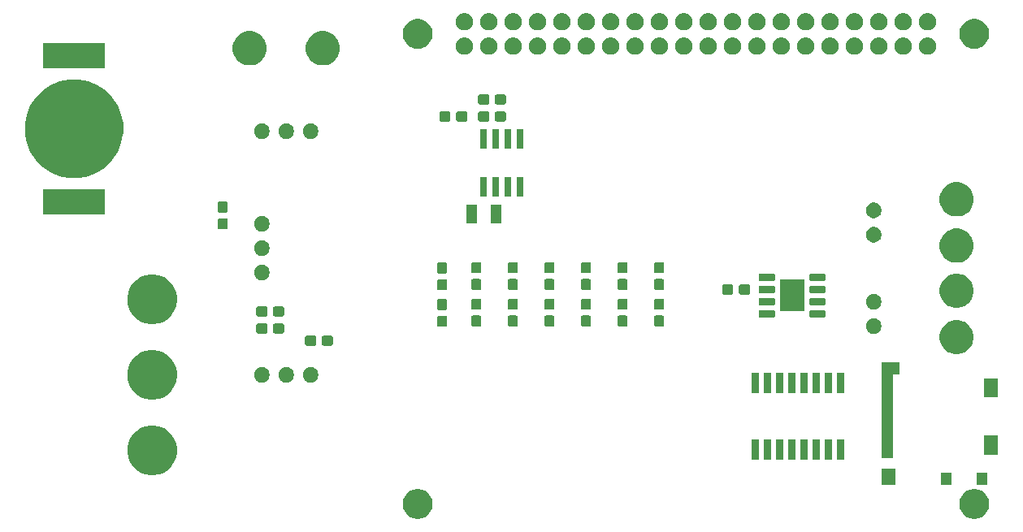
<source format=gbr>
G04 #@! TF.GenerationSoftware,KiCad,Pcbnew,(5.1.6)-1*
G04 #@! TF.CreationDate,2020-11-29T23:09:34-06:00*
G04 #@! TF.ProjectId,MultimediaAndBlackBoxBoard,4d756c74-696d-4656-9469-61416e64426c,rev?*
G04 #@! TF.SameCoordinates,Original*
G04 #@! TF.FileFunction,Soldermask,Top*
G04 #@! TF.FilePolarity,Negative*
%FSLAX46Y46*%
G04 Gerber Fmt 4.6, Leading zero omitted, Abs format (unit mm)*
G04 Created by KiCad (PCBNEW (5.1.6)-1) date 2020-11-29 23:09:34*
%MOMM*%
%LPD*%
G01*
G04 APERTURE LIST*
%ADD10C,0.100000*%
G04 APERTURE END LIST*
D10*
G36*
X200015586Y-93223803D02*
G01*
X200165411Y-93253605D01*
X200447675Y-93370522D01*
X200701706Y-93540260D01*
X200917742Y-93756296D01*
X201087480Y-94010327D01*
X201204397Y-94292591D01*
X201264001Y-94592241D01*
X201264001Y-94897761D01*
X201204397Y-95197411D01*
X201087480Y-95479675D01*
X200917742Y-95733706D01*
X200701706Y-95949742D01*
X200447675Y-96119480D01*
X200165411Y-96236397D01*
X200015586Y-96266199D01*
X199865762Y-96296001D01*
X199560240Y-96296001D01*
X199410416Y-96266199D01*
X199260591Y-96236397D01*
X198978327Y-96119480D01*
X198724296Y-95949742D01*
X198508260Y-95733706D01*
X198338522Y-95479675D01*
X198221605Y-95197411D01*
X198162001Y-94897761D01*
X198162001Y-94592241D01*
X198221605Y-94292591D01*
X198338522Y-94010327D01*
X198508260Y-93756296D01*
X198724296Y-93540260D01*
X198978327Y-93370522D01*
X199260591Y-93253605D01*
X199410416Y-93223803D01*
X199560240Y-93194001D01*
X199865762Y-93194001D01*
X200015586Y-93223803D01*
G37*
G36*
X142015586Y-93223803D02*
G01*
X142165411Y-93253605D01*
X142447675Y-93370522D01*
X142701706Y-93540260D01*
X142917742Y-93756296D01*
X143087480Y-94010327D01*
X143204397Y-94292591D01*
X143264001Y-94592241D01*
X143264001Y-94897761D01*
X143204397Y-95197411D01*
X143087480Y-95479675D01*
X142917742Y-95733706D01*
X142701706Y-95949742D01*
X142447675Y-96119480D01*
X142165411Y-96236397D01*
X142015586Y-96266199D01*
X141865762Y-96296001D01*
X141560240Y-96296001D01*
X141410416Y-96266199D01*
X141260591Y-96236397D01*
X140978327Y-96119480D01*
X140724296Y-95949742D01*
X140508260Y-95733706D01*
X140338522Y-95479675D01*
X140221605Y-95197411D01*
X140162001Y-94897761D01*
X140162001Y-94592241D01*
X140221605Y-94292591D01*
X140338522Y-94010327D01*
X140508260Y-93756296D01*
X140724296Y-93540260D01*
X140978327Y-93370522D01*
X141260591Y-93253605D01*
X141410416Y-93223803D01*
X141560240Y-93194001D01*
X141865762Y-93194001D01*
X142015586Y-93223803D01*
G37*
G36*
X197339000Y-92751000D02*
G01*
X196237000Y-92751000D01*
X196237000Y-91449000D01*
X197339000Y-91449000D01*
X197339000Y-92751000D01*
G37*
G36*
X191489000Y-92751000D02*
G01*
X190037000Y-92751000D01*
X190037000Y-91099000D01*
X191489000Y-91099000D01*
X191489000Y-92751000D01*
G37*
G36*
X201039000Y-92751000D02*
G01*
X199937000Y-92751000D01*
X199937000Y-91449000D01*
X201039000Y-91449000D01*
X201039000Y-92751000D01*
G37*
G36*
X114634908Y-86629380D02*
G01*
X114801767Y-86662570D01*
X115273299Y-86857885D01*
X115516029Y-87020073D01*
X115697666Y-87141438D01*
X116058562Y-87502334D01*
X116179927Y-87683971D01*
X116342115Y-87926701D01*
X116537430Y-88398233D01*
X116637000Y-88898809D01*
X116637000Y-89409191D01*
X116537430Y-89909767D01*
X116342115Y-90381299D01*
X116179927Y-90624029D01*
X116058562Y-90805666D01*
X115697666Y-91166562D01*
X115516029Y-91287927D01*
X115273299Y-91450115D01*
X114801767Y-91645430D01*
X114634908Y-91678620D01*
X114301193Y-91745000D01*
X113790807Y-91745000D01*
X113457092Y-91678620D01*
X113290233Y-91645430D01*
X112818701Y-91450115D01*
X112575971Y-91287927D01*
X112394334Y-91166562D01*
X112033438Y-90805666D01*
X111912073Y-90624029D01*
X111749885Y-90381299D01*
X111554570Y-89909767D01*
X111455000Y-89409191D01*
X111455000Y-88898809D01*
X111554570Y-88398233D01*
X111749885Y-87926701D01*
X111912073Y-87683971D01*
X112033438Y-87502334D01*
X112394334Y-87141438D01*
X112575971Y-87020073D01*
X112818701Y-86857885D01*
X113290233Y-86662570D01*
X113457092Y-86629380D01*
X113790807Y-86563000D01*
X114301193Y-86563000D01*
X114634908Y-86629380D01*
G37*
G36*
X178537000Y-90099000D02*
G01*
X177825000Y-90099000D01*
X177825000Y-88027000D01*
X178537000Y-88027000D01*
X178537000Y-90099000D01*
G37*
G36*
X186157000Y-90099000D02*
G01*
X185445000Y-90099000D01*
X185445000Y-88027000D01*
X186157000Y-88027000D01*
X186157000Y-90099000D01*
G37*
G36*
X184887000Y-90099000D02*
G01*
X184175000Y-90099000D01*
X184175000Y-88027000D01*
X184887000Y-88027000D01*
X184887000Y-90099000D01*
G37*
G36*
X183617000Y-90099000D02*
G01*
X182905000Y-90099000D01*
X182905000Y-88027000D01*
X183617000Y-88027000D01*
X183617000Y-90099000D01*
G37*
G36*
X182347000Y-90099000D02*
G01*
X181635000Y-90099000D01*
X181635000Y-88027000D01*
X182347000Y-88027000D01*
X182347000Y-90099000D01*
G37*
G36*
X181077000Y-90099000D02*
G01*
X180365000Y-90099000D01*
X180365000Y-88027000D01*
X181077000Y-88027000D01*
X181077000Y-90099000D01*
G37*
G36*
X179807000Y-90099000D02*
G01*
X179095000Y-90099000D01*
X179095000Y-88027000D01*
X179807000Y-88027000D01*
X179807000Y-90099000D01*
G37*
G36*
X177267000Y-90099000D02*
G01*
X176555000Y-90099000D01*
X176555000Y-88027000D01*
X177267000Y-88027000D01*
X177267000Y-90099000D01*
G37*
G36*
X191939000Y-81241000D02*
G01*
X191363999Y-81241000D01*
X191339613Y-81243402D01*
X191316164Y-81250515D01*
X191294553Y-81262066D01*
X191275611Y-81277611D01*
X191260066Y-81296553D01*
X191248515Y-81318164D01*
X191241402Y-81341613D01*
X191239000Y-81365999D01*
X191239000Y-89941000D01*
X190037000Y-89941000D01*
X190037000Y-79969000D01*
X191939000Y-79969000D01*
X191939000Y-81241000D01*
G37*
G36*
X202189000Y-89601000D02*
G01*
X200737000Y-89601000D01*
X200737000Y-87599000D01*
X202189000Y-87599000D01*
X202189000Y-89601000D01*
G37*
G36*
X114634908Y-78755380D02*
G01*
X114801767Y-78788570D01*
X115273299Y-78983885D01*
X115475512Y-79119000D01*
X115697666Y-79267438D01*
X116058562Y-79628334D01*
X116179927Y-79809971D01*
X116342115Y-80052701D01*
X116537430Y-80524233D01*
X116537430Y-80524234D01*
X116637000Y-81024807D01*
X116637000Y-81535193D01*
X116584674Y-81798255D01*
X116537430Y-82035767D01*
X116342115Y-82507299D01*
X116179927Y-82750029D01*
X116058562Y-82931666D01*
X115697666Y-83292562D01*
X115516029Y-83413927D01*
X115273299Y-83576115D01*
X114801767Y-83771430D01*
X114634908Y-83804620D01*
X114301193Y-83871000D01*
X113790807Y-83871000D01*
X113457092Y-83804620D01*
X113290233Y-83771430D01*
X112818701Y-83576115D01*
X112575971Y-83413927D01*
X112394334Y-83292562D01*
X112033438Y-82931666D01*
X111912073Y-82750029D01*
X111749885Y-82507299D01*
X111554570Y-82035767D01*
X111507326Y-81798255D01*
X111455000Y-81535193D01*
X111455000Y-81024807D01*
X111554570Y-80524234D01*
X111554570Y-80524233D01*
X111749885Y-80052701D01*
X111912073Y-79809971D01*
X112033438Y-79628334D01*
X112394334Y-79267438D01*
X112616488Y-79119000D01*
X112818701Y-78983885D01*
X113290233Y-78788570D01*
X113457092Y-78755380D01*
X113790807Y-78689000D01*
X114301193Y-78689000D01*
X114634908Y-78755380D01*
G37*
G36*
X202189000Y-83631000D02*
G01*
X200737000Y-83631000D01*
X200737000Y-81629000D01*
X202189000Y-81629000D01*
X202189000Y-83631000D01*
G37*
G36*
X177267000Y-83169000D02*
G01*
X176555000Y-83169000D01*
X176555000Y-81097000D01*
X177267000Y-81097000D01*
X177267000Y-83169000D01*
G37*
G36*
X178537000Y-83169000D02*
G01*
X177825000Y-83169000D01*
X177825000Y-81097000D01*
X178537000Y-81097000D01*
X178537000Y-83169000D01*
G37*
G36*
X179807000Y-83169000D02*
G01*
X179095000Y-83169000D01*
X179095000Y-81097000D01*
X179807000Y-81097000D01*
X179807000Y-83169000D01*
G37*
G36*
X182347000Y-83169000D02*
G01*
X181635000Y-83169000D01*
X181635000Y-81097000D01*
X182347000Y-81097000D01*
X182347000Y-83169000D01*
G37*
G36*
X183617000Y-83169000D02*
G01*
X182905000Y-83169000D01*
X182905000Y-81097000D01*
X183617000Y-81097000D01*
X183617000Y-83169000D01*
G37*
G36*
X184887000Y-83169000D02*
G01*
X184175000Y-83169000D01*
X184175000Y-81097000D01*
X184887000Y-81097000D01*
X184887000Y-83169000D01*
G37*
G36*
X186157000Y-83169000D02*
G01*
X185445000Y-83169000D01*
X185445000Y-81097000D01*
X186157000Y-81097000D01*
X186157000Y-83169000D01*
G37*
G36*
X181077000Y-83169000D02*
G01*
X180365000Y-83169000D01*
X180365000Y-81097000D01*
X181077000Y-81097000D01*
X181077000Y-83169000D01*
G37*
G36*
X130793142Y-80498242D02*
G01*
X130941101Y-80559529D01*
X131074255Y-80648499D01*
X131187501Y-80761745D01*
X131276471Y-80894899D01*
X131337758Y-81042858D01*
X131369000Y-81199925D01*
X131369000Y-81360075D01*
X131337758Y-81517142D01*
X131276471Y-81665101D01*
X131187501Y-81798255D01*
X131074255Y-81911501D01*
X130941101Y-82000471D01*
X130793142Y-82061758D01*
X130636075Y-82093000D01*
X130475925Y-82093000D01*
X130318858Y-82061758D01*
X130170899Y-82000471D01*
X130037745Y-81911501D01*
X129924499Y-81798255D01*
X129835529Y-81665101D01*
X129774242Y-81517142D01*
X129743000Y-81360075D01*
X129743000Y-81199925D01*
X129774242Y-81042858D01*
X129835529Y-80894899D01*
X129924499Y-80761745D01*
X130037745Y-80648499D01*
X130170899Y-80559529D01*
X130318858Y-80498242D01*
X130475925Y-80467000D01*
X130636075Y-80467000D01*
X130793142Y-80498242D01*
G37*
G36*
X128253142Y-80498242D02*
G01*
X128401101Y-80559529D01*
X128534255Y-80648499D01*
X128647501Y-80761745D01*
X128736471Y-80894899D01*
X128797758Y-81042858D01*
X128829000Y-81199925D01*
X128829000Y-81360075D01*
X128797758Y-81517142D01*
X128736471Y-81665101D01*
X128647501Y-81798255D01*
X128534255Y-81911501D01*
X128401101Y-82000471D01*
X128253142Y-82061758D01*
X128096075Y-82093000D01*
X127935925Y-82093000D01*
X127778858Y-82061758D01*
X127630899Y-82000471D01*
X127497745Y-81911501D01*
X127384499Y-81798255D01*
X127295529Y-81665101D01*
X127234242Y-81517142D01*
X127203000Y-81360075D01*
X127203000Y-81199925D01*
X127234242Y-81042858D01*
X127295529Y-80894899D01*
X127384499Y-80761745D01*
X127497745Y-80648499D01*
X127630899Y-80559529D01*
X127778858Y-80498242D01*
X127935925Y-80467000D01*
X128096075Y-80467000D01*
X128253142Y-80498242D01*
G37*
G36*
X125713142Y-80498242D02*
G01*
X125861101Y-80559529D01*
X125994255Y-80648499D01*
X126107501Y-80761745D01*
X126196471Y-80894899D01*
X126257758Y-81042858D01*
X126289000Y-81199925D01*
X126289000Y-81360075D01*
X126257758Y-81517142D01*
X126196471Y-81665101D01*
X126107501Y-81798255D01*
X125994255Y-81911501D01*
X125861101Y-82000471D01*
X125713142Y-82061758D01*
X125556075Y-82093000D01*
X125395925Y-82093000D01*
X125238858Y-82061758D01*
X125090899Y-82000471D01*
X124957745Y-81911501D01*
X124844499Y-81798255D01*
X124755529Y-81665101D01*
X124694242Y-81517142D01*
X124663000Y-81360075D01*
X124663000Y-81199925D01*
X124694242Y-81042858D01*
X124755529Y-80894899D01*
X124844499Y-80761745D01*
X124957745Y-80648499D01*
X125090899Y-80559529D01*
X125238858Y-80498242D01*
X125395925Y-80467000D01*
X125556075Y-80467000D01*
X125713142Y-80498242D01*
G37*
G36*
X198384039Y-75635250D02*
G01*
X198573372Y-75713675D01*
X198707251Y-75769129D01*
X198998134Y-75963491D01*
X199245509Y-76210866D01*
X199439871Y-76501749D01*
X199439871Y-76501750D01*
X199573750Y-76824961D01*
X199642000Y-77168078D01*
X199642000Y-77517922D01*
X199573750Y-77861039D01*
X199521575Y-77987000D01*
X199439871Y-78184251D01*
X199245509Y-78475134D01*
X198998134Y-78722509D01*
X198707251Y-78916871D01*
X198573372Y-78972325D01*
X198384039Y-79050750D01*
X198040922Y-79119000D01*
X197691078Y-79119000D01*
X197347961Y-79050750D01*
X197158628Y-78972325D01*
X197024749Y-78916871D01*
X196733866Y-78722509D01*
X196486491Y-78475134D01*
X196292129Y-78184251D01*
X196210425Y-77987000D01*
X196158250Y-77861039D01*
X196090000Y-77517922D01*
X196090000Y-77168078D01*
X196158250Y-76824961D01*
X196292129Y-76501750D01*
X196292129Y-76501749D01*
X196486491Y-76210866D01*
X196733866Y-75963491D01*
X197024749Y-75769129D01*
X197158628Y-75713675D01*
X197347961Y-75635250D01*
X197691078Y-75567000D01*
X198040922Y-75567000D01*
X198384039Y-75635250D01*
G37*
G36*
X132720499Y-77202445D02*
G01*
X132757995Y-77213820D01*
X132792554Y-77232292D01*
X132822847Y-77257153D01*
X132847708Y-77287446D01*
X132866180Y-77322005D01*
X132877555Y-77359501D01*
X132882000Y-77404638D01*
X132882000Y-78043362D01*
X132877555Y-78088499D01*
X132866180Y-78125995D01*
X132847708Y-78160554D01*
X132822847Y-78190847D01*
X132792554Y-78215708D01*
X132757995Y-78234180D01*
X132720499Y-78245555D01*
X132675362Y-78250000D01*
X131936638Y-78250000D01*
X131891501Y-78245555D01*
X131854005Y-78234180D01*
X131819446Y-78215708D01*
X131789153Y-78190847D01*
X131764292Y-78160554D01*
X131745820Y-78125995D01*
X131734445Y-78088499D01*
X131730000Y-78043362D01*
X131730000Y-77404638D01*
X131734445Y-77359501D01*
X131745820Y-77322005D01*
X131764292Y-77287446D01*
X131789153Y-77257153D01*
X131819446Y-77232292D01*
X131854005Y-77213820D01*
X131891501Y-77202445D01*
X131936638Y-77198000D01*
X132675362Y-77198000D01*
X132720499Y-77202445D01*
G37*
G36*
X130970499Y-77202445D02*
G01*
X131007995Y-77213820D01*
X131042554Y-77232292D01*
X131072847Y-77257153D01*
X131097708Y-77287446D01*
X131116180Y-77322005D01*
X131127555Y-77359501D01*
X131132000Y-77404638D01*
X131132000Y-78043362D01*
X131127555Y-78088499D01*
X131116180Y-78125995D01*
X131097708Y-78160554D01*
X131072847Y-78190847D01*
X131042554Y-78215708D01*
X131007995Y-78234180D01*
X130970499Y-78245555D01*
X130925362Y-78250000D01*
X130186638Y-78250000D01*
X130141501Y-78245555D01*
X130104005Y-78234180D01*
X130069446Y-78215708D01*
X130039153Y-78190847D01*
X130014292Y-78160554D01*
X129995820Y-78125995D01*
X129984445Y-78088499D01*
X129980000Y-78043362D01*
X129980000Y-77404638D01*
X129984445Y-77359501D01*
X129995820Y-77322005D01*
X130014292Y-77287446D01*
X130039153Y-77257153D01*
X130069446Y-77232292D01*
X130104005Y-77213820D01*
X130141501Y-77202445D01*
X130186638Y-77198000D01*
X130925362Y-77198000D01*
X130970499Y-77202445D01*
G37*
G36*
X189467142Y-75418242D02*
G01*
X189615101Y-75479529D01*
X189748255Y-75568499D01*
X189861501Y-75681745D01*
X189950471Y-75814899D01*
X190011758Y-75962858D01*
X190043000Y-76119925D01*
X190043000Y-76280075D01*
X190011758Y-76437142D01*
X189950471Y-76585101D01*
X189861501Y-76718255D01*
X189748255Y-76831501D01*
X189615101Y-76920471D01*
X189467142Y-76981758D01*
X189310075Y-77013000D01*
X189149925Y-77013000D01*
X188992858Y-76981758D01*
X188844899Y-76920471D01*
X188711745Y-76831501D01*
X188598499Y-76718255D01*
X188509529Y-76585101D01*
X188448242Y-76437142D01*
X188417000Y-76280075D01*
X188417000Y-76119925D01*
X188448242Y-75962858D01*
X188509529Y-75814899D01*
X188598499Y-75681745D01*
X188711745Y-75568499D01*
X188844899Y-75479529D01*
X188992858Y-75418242D01*
X189149925Y-75387000D01*
X189310075Y-75387000D01*
X189467142Y-75418242D01*
G37*
G36*
X125890499Y-75932445D02*
G01*
X125927995Y-75943820D01*
X125962554Y-75962292D01*
X125992847Y-75987153D01*
X126017708Y-76017446D01*
X126036180Y-76052005D01*
X126047555Y-76089501D01*
X126052000Y-76134638D01*
X126052000Y-76773362D01*
X126047555Y-76818499D01*
X126036180Y-76855995D01*
X126017708Y-76890554D01*
X125992847Y-76920847D01*
X125962554Y-76945708D01*
X125927995Y-76964180D01*
X125890499Y-76975555D01*
X125845362Y-76980000D01*
X125106638Y-76980000D01*
X125061501Y-76975555D01*
X125024005Y-76964180D01*
X124989446Y-76945708D01*
X124959153Y-76920847D01*
X124934292Y-76890554D01*
X124915820Y-76855995D01*
X124904445Y-76818499D01*
X124900000Y-76773362D01*
X124900000Y-76134638D01*
X124904445Y-76089501D01*
X124915820Y-76052005D01*
X124934292Y-76017446D01*
X124959153Y-75987153D01*
X124989446Y-75962292D01*
X125024005Y-75943820D01*
X125061501Y-75932445D01*
X125106638Y-75928000D01*
X125845362Y-75928000D01*
X125890499Y-75932445D01*
G37*
G36*
X127640499Y-75932445D02*
G01*
X127677995Y-75943820D01*
X127712554Y-75962292D01*
X127742847Y-75987153D01*
X127767708Y-76017446D01*
X127786180Y-76052005D01*
X127797555Y-76089501D01*
X127802000Y-76134638D01*
X127802000Y-76773362D01*
X127797555Y-76818499D01*
X127786180Y-76855995D01*
X127767708Y-76890554D01*
X127742847Y-76920847D01*
X127712554Y-76945708D01*
X127677995Y-76964180D01*
X127640499Y-76975555D01*
X127595362Y-76980000D01*
X126856638Y-76980000D01*
X126811501Y-76975555D01*
X126774005Y-76964180D01*
X126739446Y-76945708D01*
X126709153Y-76920847D01*
X126684292Y-76890554D01*
X126665820Y-76855995D01*
X126654445Y-76818499D01*
X126650000Y-76773362D01*
X126650000Y-76134638D01*
X126654445Y-76089501D01*
X126665820Y-76052005D01*
X126684292Y-76017446D01*
X126709153Y-75987153D01*
X126739446Y-75962292D01*
X126774005Y-75943820D01*
X126811501Y-75932445D01*
X126856638Y-75928000D01*
X127595362Y-75928000D01*
X127640499Y-75932445D01*
G37*
G36*
X144636499Y-75120445D02*
G01*
X144673995Y-75131820D01*
X144708554Y-75150292D01*
X144738847Y-75175153D01*
X144763708Y-75205446D01*
X144782180Y-75240005D01*
X144793555Y-75277501D01*
X144798000Y-75322638D01*
X144798000Y-76061362D01*
X144793555Y-76106499D01*
X144782180Y-76143995D01*
X144763708Y-76178554D01*
X144738847Y-76208847D01*
X144708554Y-76233708D01*
X144673995Y-76252180D01*
X144636499Y-76263555D01*
X144591362Y-76268000D01*
X143952638Y-76268000D01*
X143907501Y-76263555D01*
X143870005Y-76252180D01*
X143835446Y-76233708D01*
X143805153Y-76208847D01*
X143780292Y-76178554D01*
X143761820Y-76143995D01*
X143750445Y-76106499D01*
X143746000Y-76061362D01*
X143746000Y-75322638D01*
X143750445Y-75277501D01*
X143761820Y-75240005D01*
X143780292Y-75205446D01*
X143805153Y-75175153D01*
X143835446Y-75150292D01*
X143870005Y-75131820D01*
X143907501Y-75120445D01*
X143952638Y-75116000D01*
X144591362Y-75116000D01*
X144636499Y-75120445D01*
G37*
G36*
X155812499Y-75092445D02*
G01*
X155849995Y-75103820D01*
X155884554Y-75122292D01*
X155914847Y-75147153D01*
X155939708Y-75177446D01*
X155958180Y-75212005D01*
X155969555Y-75249501D01*
X155974000Y-75294638D01*
X155974000Y-76033362D01*
X155969555Y-76078499D01*
X155958180Y-76115995D01*
X155939708Y-76150554D01*
X155914847Y-76180847D01*
X155884554Y-76205708D01*
X155849995Y-76224180D01*
X155812499Y-76235555D01*
X155767362Y-76240000D01*
X155128638Y-76240000D01*
X155083501Y-76235555D01*
X155046005Y-76224180D01*
X155011446Y-76205708D01*
X154981153Y-76180847D01*
X154956292Y-76150554D01*
X154937820Y-76115995D01*
X154926445Y-76078499D01*
X154922000Y-76033362D01*
X154922000Y-75294638D01*
X154926445Y-75249501D01*
X154937820Y-75212005D01*
X154956292Y-75177446D01*
X154981153Y-75147153D01*
X155011446Y-75122292D01*
X155046005Y-75103820D01*
X155083501Y-75092445D01*
X155128638Y-75088000D01*
X155767362Y-75088000D01*
X155812499Y-75092445D01*
G37*
G36*
X167242499Y-75092445D02*
G01*
X167279995Y-75103820D01*
X167314554Y-75122292D01*
X167344847Y-75147153D01*
X167369708Y-75177446D01*
X167388180Y-75212005D01*
X167399555Y-75249501D01*
X167404000Y-75294638D01*
X167404000Y-76033362D01*
X167399555Y-76078499D01*
X167388180Y-76115995D01*
X167369708Y-76150554D01*
X167344847Y-76180847D01*
X167314554Y-76205708D01*
X167279995Y-76224180D01*
X167242499Y-76235555D01*
X167197362Y-76240000D01*
X166558638Y-76240000D01*
X166513501Y-76235555D01*
X166476005Y-76224180D01*
X166441446Y-76205708D01*
X166411153Y-76180847D01*
X166386292Y-76150554D01*
X166367820Y-76115995D01*
X166356445Y-76078499D01*
X166352000Y-76033362D01*
X166352000Y-75294638D01*
X166356445Y-75249501D01*
X166367820Y-75212005D01*
X166386292Y-75177446D01*
X166411153Y-75147153D01*
X166441446Y-75122292D01*
X166476005Y-75103820D01*
X166513501Y-75092445D01*
X166558638Y-75088000D01*
X167197362Y-75088000D01*
X167242499Y-75092445D01*
G37*
G36*
X152002499Y-75092445D02*
G01*
X152039995Y-75103820D01*
X152074554Y-75122292D01*
X152104847Y-75147153D01*
X152129708Y-75177446D01*
X152148180Y-75212005D01*
X152159555Y-75249501D01*
X152164000Y-75294638D01*
X152164000Y-76033362D01*
X152159555Y-76078499D01*
X152148180Y-76115995D01*
X152129708Y-76150554D01*
X152104847Y-76180847D01*
X152074554Y-76205708D01*
X152039995Y-76224180D01*
X152002499Y-76235555D01*
X151957362Y-76240000D01*
X151318638Y-76240000D01*
X151273501Y-76235555D01*
X151236005Y-76224180D01*
X151201446Y-76205708D01*
X151171153Y-76180847D01*
X151146292Y-76150554D01*
X151127820Y-76115995D01*
X151116445Y-76078499D01*
X151112000Y-76033362D01*
X151112000Y-75294638D01*
X151116445Y-75249501D01*
X151127820Y-75212005D01*
X151146292Y-75177446D01*
X151171153Y-75147153D01*
X151201446Y-75122292D01*
X151236005Y-75103820D01*
X151273501Y-75092445D01*
X151318638Y-75088000D01*
X151957362Y-75088000D01*
X152002499Y-75092445D01*
G37*
G36*
X148192499Y-75092445D02*
G01*
X148229995Y-75103820D01*
X148264554Y-75122292D01*
X148294847Y-75147153D01*
X148319708Y-75177446D01*
X148338180Y-75212005D01*
X148349555Y-75249501D01*
X148354000Y-75294638D01*
X148354000Y-76033362D01*
X148349555Y-76078499D01*
X148338180Y-76115995D01*
X148319708Y-76150554D01*
X148294847Y-76180847D01*
X148264554Y-76205708D01*
X148229995Y-76224180D01*
X148192499Y-76235555D01*
X148147362Y-76240000D01*
X147508638Y-76240000D01*
X147463501Y-76235555D01*
X147426005Y-76224180D01*
X147391446Y-76205708D01*
X147361153Y-76180847D01*
X147336292Y-76150554D01*
X147317820Y-76115995D01*
X147306445Y-76078499D01*
X147302000Y-76033362D01*
X147302000Y-75294638D01*
X147306445Y-75249501D01*
X147317820Y-75212005D01*
X147336292Y-75177446D01*
X147361153Y-75147153D01*
X147391446Y-75122292D01*
X147426005Y-75103820D01*
X147463501Y-75092445D01*
X147508638Y-75088000D01*
X148147362Y-75088000D01*
X148192499Y-75092445D01*
G37*
G36*
X163432499Y-75092445D02*
G01*
X163469995Y-75103820D01*
X163504554Y-75122292D01*
X163534847Y-75147153D01*
X163559708Y-75177446D01*
X163578180Y-75212005D01*
X163589555Y-75249501D01*
X163594000Y-75294638D01*
X163594000Y-76033362D01*
X163589555Y-76078499D01*
X163578180Y-76115995D01*
X163559708Y-76150554D01*
X163534847Y-76180847D01*
X163504554Y-76205708D01*
X163469995Y-76224180D01*
X163432499Y-76235555D01*
X163387362Y-76240000D01*
X162748638Y-76240000D01*
X162703501Y-76235555D01*
X162666005Y-76224180D01*
X162631446Y-76205708D01*
X162601153Y-76180847D01*
X162576292Y-76150554D01*
X162557820Y-76115995D01*
X162546445Y-76078499D01*
X162542000Y-76033362D01*
X162542000Y-75294638D01*
X162546445Y-75249501D01*
X162557820Y-75212005D01*
X162576292Y-75177446D01*
X162601153Y-75147153D01*
X162631446Y-75122292D01*
X162666005Y-75103820D01*
X162703501Y-75092445D01*
X162748638Y-75088000D01*
X163387362Y-75088000D01*
X163432499Y-75092445D01*
G37*
G36*
X159622499Y-75092445D02*
G01*
X159659995Y-75103820D01*
X159694554Y-75122292D01*
X159724847Y-75147153D01*
X159749708Y-75177446D01*
X159768180Y-75212005D01*
X159779555Y-75249501D01*
X159784000Y-75294638D01*
X159784000Y-76033362D01*
X159779555Y-76078499D01*
X159768180Y-76115995D01*
X159749708Y-76150554D01*
X159724847Y-76180847D01*
X159694554Y-76205708D01*
X159659995Y-76224180D01*
X159622499Y-76235555D01*
X159577362Y-76240000D01*
X158938638Y-76240000D01*
X158893501Y-76235555D01*
X158856005Y-76224180D01*
X158821446Y-76205708D01*
X158791153Y-76180847D01*
X158766292Y-76150554D01*
X158747820Y-76115995D01*
X158736445Y-76078499D01*
X158732000Y-76033362D01*
X158732000Y-75294638D01*
X158736445Y-75249501D01*
X158747820Y-75212005D01*
X158766292Y-75177446D01*
X158791153Y-75147153D01*
X158821446Y-75122292D01*
X158856005Y-75103820D01*
X158893501Y-75092445D01*
X158938638Y-75088000D01*
X159577362Y-75088000D01*
X159622499Y-75092445D01*
G37*
G36*
X114614593Y-70877339D02*
G01*
X114801767Y-70914570D01*
X115273299Y-71109885D01*
X115516029Y-71272073D01*
X115697666Y-71393438D01*
X116058562Y-71754334D01*
X116145215Y-71884020D01*
X116342115Y-72178701D01*
X116537430Y-72650233D01*
X116558000Y-72753646D01*
X116637000Y-73150807D01*
X116637000Y-73661193D01*
X116573302Y-73981423D01*
X116537430Y-74161767D01*
X116342115Y-74633299D01*
X116179927Y-74876029D01*
X116058562Y-75057666D01*
X115697666Y-75418562D01*
X115516029Y-75539927D01*
X115273299Y-75702115D01*
X114801767Y-75897430D01*
X114648080Y-75928000D01*
X114301193Y-75997000D01*
X113790807Y-75997000D01*
X113443920Y-75928000D01*
X113290233Y-75897430D01*
X112818701Y-75702115D01*
X112575971Y-75539927D01*
X112394334Y-75418562D01*
X112033438Y-75057666D01*
X111912073Y-74876029D01*
X111749885Y-74633299D01*
X111554570Y-74161767D01*
X111518698Y-73981423D01*
X111455000Y-73661193D01*
X111455000Y-73150807D01*
X111534000Y-72753646D01*
X111554570Y-72650233D01*
X111749885Y-72178701D01*
X111946785Y-71884020D01*
X112033438Y-71754334D01*
X112394334Y-71393438D01*
X112575971Y-71272073D01*
X112818701Y-71109885D01*
X113290233Y-70914570D01*
X113477407Y-70877339D01*
X113790807Y-70815000D01*
X114301193Y-70815000D01*
X114614593Y-70877339D01*
G37*
G36*
X184147928Y-74581764D02*
G01*
X184169009Y-74588160D01*
X184188445Y-74598548D01*
X184205476Y-74612524D01*
X184219452Y-74629555D01*
X184229840Y-74648991D01*
X184236236Y-74670072D01*
X184239000Y-74698140D01*
X184239000Y-75161860D01*
X184236236Y-75189928D01*
X184229840Y-75211009D01*
X184219452Y-75230445D01*
X184205476Y-75247476D01*
X184188445Y-75261452D01*
X184169009Y-75271840D01*
X184147928Y-75278236D01*
X184119860Y-75281000D01*
X182656140Y-75281000D01*
X182628072Y-75278236D01*
X182606991Y-75271840D01*
X182587555Y-75261452D01*
X182570524Y-75247476D01*
X182556548Y-75230445D01*
X182546160Y-75211009D01*
X182539764Y-75189928D01*
X182537000Y-75161860D01*
X182537000Y-74698140D01*
X182539764Y-74670072D01*
X182546160Y-74648991D01*
X182556548Y-74629555D01*
X182570524Y-74612524D01*
X182587555Y-74598548D01*
X182606991Y-74588160D01*
X182628072Y-74581764D01*
X182656140Y-74579000D01*
X184119860Y-74579000D01*
X184147928Y-74581764D01*
G37*
G36*
X178847928Y-74581764D02*
G01*
X178869009Y-74588160D01*
X178888445Y-74598548D01*
X178905476Y-74612524D01*
X178919452Y-74629555D01*
X178929840Y-74648991D01*
X178936236Y-74670072D01*
X178939000Y-74698140D01*
X178939000Y-75161860D01*
X178936236Y-75189928D01*
X178929840Y-75211009D01*
X178919452Y-75230445D01*
X178905476Y-75247476D01*
X178888445Y-75261452D01*
X178869009Y-75271840D01*
X178847928Y-75278236D01*
X178819860Y-75281000D01*
X177356140Y-75281000D01*
X177328072Y-75278236D01*
X177306991Y-75271840D01*
X177287555Y-75261452D01*
X177270524Y-75247476D01*
X177256548Y-75230445D01*
X177246160Y-75211009D01*
X177239764Y-75189928D01*
X177237000Y-75161860D01*
X177237000Y-74698140D01*
X177239764Y-74670072D01*
X177246160Y-74648991D01*
X177256548Y-74629555D01*
X177270524Y-74612524D01*
X177287555Y-74598548D01*
X177306991Y-74588160D01*
X177328072Y-74581764D01*
X177356140Y-74579000D01*
X178819860Y-74579000D01*
X178847928Y-74581764D01*
G37*
G36*
X127640499Y-74154445D02*
G01*
X127677995Y-74165820D01*
X127712554Y-74184292D01*
X127742847Y-74209153D01*
X127767708Y-74239446D01*
X127786180Y-74274005D01*
X127797555Y-74311501D01*
X127802000Y-74356638D01*
X127802000Y-74995362D01*
X127797555Y-75040499D01*
X127786180Y-75077995D01*
X127767708Y-75112554D01*
X127742847Y-75142847D01*
X127712554Y-75167708D01*
X127677995Y-75186180D01*
X127640499Y-75197555D01*
X127595362Y-75202000D01*
X126856638Y-75202000D01*
X126811501Y-75197555D01*
X126774005Y-75186180D01*
X126739446Y-75167708D01*
X126709153Y-75142847D01*
X126684292Y-75112554D01*
X126665820Y-75077995D01*
X126654445Y-75040499D01*
X126650000Y-74995362D01*
X126650000Y-74356638D01*
X126654445Y-74311501D01*
X126665820Y-74274005D01*
X126684292Y-74239446D01*
X126709153Y-74209153D01*
X126739446Y-74184292D01*
X126774005Y-74165820D01*
X126811501Y-74154445D01*
X126856638Y-74150000D01*
X127595362Y-74150000D01*
X127640499Y-74154445D01*
G37*
G36*
X125890499Y-74154445D02*
G01*
X125927995Y-74165820D01*
X125962554Y-74184292D01*
X125992847Y-74209153D01*
X126017708Y-74239446D01*
X126036180Y-74274005D01*
X126047555Y-74311501D01*
X126052000Y-74356638D01*
X126052000Y-74995362D01*
X126047555Y-75040499D01*
X126036180Y-75077995D01*
X126017708Y-75112554D01*
X125992847Y-75142847D01*
X125962554Y-75167708D01*
X125927995Y-75186180D01*
X125890499Y-75197555D01*
X125845362Y-75202000D01*
X125106638Y-75202000D01*
X125061501Y-75197555D01*
X125024005Y-75186180D01*
X124989446Y-75167708D01*
X124959153Y-75142847D01*
X124934292Y-75112554D01*
X124915820Y-75077995D01*
X124904445Y-75040499D01*
X124900000Y-74995362D01*
X124900000Y-74356638D01*
X124904445Y-74311501D01*
X124915820Y-74274005D01*
X124934292Y-74239446D01*
X124959153Y-74209153D01*
X124989446Y-74184292D01*
X125024005Y-74165820D01*
X125061501Y-74154445D01*
X125106638Y-74150000D01*
X125845362Y-74150000D01*
X125890499Y-74154445D01*
G37*
G36*
X181989000Y-74676000D02*
G01*
X179487000Y-74676000D01*
X179487000Y-71374000D01*
X181989000Y-71374000D01*
X181989000Y-74676000D01*
G37*
G36*
X144636499Y-73370445D02*
G01*
X144673995Y-73381820D01*
X144708554Y-73400292D01*
X144738847Y-73425153D01*
X144763708Y-73455446D01*
X144782180Y-73490005D01*
X144793555Y-73527501D01*
X144798000Y-73572638D01*
X144798000Y-74311362D01*
X144793555Y-74356499D01*
X144782180Y-74393995D01*
X144763708Y-74428554D01*
X144738847Y-74458847D01*
X144708554Y-74483708D01*
X144673995Y-74502180D01*
X144636499Y-74513555D01*
X144591362Y-74518000D01*
X143952638Y-74518000D01*
X143907501Y-74513555D01*
X143870005Y-74502180D01*
X143835446Y-74483708D01*
X143805153Y-74458847D01*
X143780292Y-74428554D01*
X143761820Y-74393995D01*
X143750445Y-74356499D01*
X143746000Y-74311362D01*
X143746000Y-73572638D01*
X143750445Y-73527501D01*
X143761820Y-73490005D01*
X143780292Y-73455446D01*
X143805153Y-73425153D01*
X143835446Y-73400292D01*
X143870005Y-73381820D01*
X143907501Y-73370445D01*
X143952638Y-73366000D01*
X144591362Y-73366000D01*
X144636499Y-73370445D01*
G37*
G36*
X163432499Y-73342445D02*
G01*
X163469995Y-73353820D01*
X163504554Y-73372292D01*
X163534847Y-73397153D01*
X163559708Y-73427446D01*
X163578180Y-73462005D01*
X163589555Y-73499501D01*
X163594000Y-73544638D01*
X163594000Y-74283362D01*
X163589555Y-74328499D01*
X163578180Y-74365995D01*
X163559708Y-74400554D01*
X163534847Y-74430847D01*
X163504554Y-74455708D01*
X163469995Y-74474180D01*
X163432499Y-74485555D01*
X163387362Y-74490000D01*
X162748638Y-74490000D01*
X162703501Y-74485555D01*
X162666005Y-74474180D01*
X162631446Y-74455708D01*
X162601153Y-74430847D01*
X162576292Y-74400554D01*
X162557820Y-74365995D01*
X162546445Y-74328499D01*
X162542000Y-74283362D01*
X162542000Y-73544638D01*
X162546445Y-73499501D01*
X162557820Y-73462005D01*
X162576292Y-73427446D01*
X162601153Y-73397153D01*
X162631446Y-73372292D01*
X162666005Y-73353820D01*
X162703501Y-73342445D01*
X162748638Y-73338000D01*
X163387362Y-73338000D01*
X163432499Y-73342445D01*
G37*
G36*
X167242499Y-73342445D02*
G01*
X167279995Y-73353820D01*
X167314554Y-73372292D01*
X167344847Y-73397153D01*
X167369708Y-73427446D01*
X167388180Y-73462005D01*
X167399555Y-73499501D01*
X167404000Y-73544638D01*
X167404000Y-74283362D01*
X167399555Y-74328499D01*
X167388180Y-74365995D01*
X167369708Y-74400554D01*
X167344847Y-74430847D01*
X167314554Y-74455708D01*
X167279995Y-74474180D01*
X167242499Y-74485555D01*
X167197362Y-74490000D01*
X166558638Y-74490000D01*
X166513501Y-74485555D01*
X166476005Y-74474180D01*
X166441446Y-74455708D01*
X166411153Y-74430847D01*
X166386292Y-74400554D01*
X166367820Y-74365995D01*
X166356445Y-74328499D01*
X166352000Y-74283362D01*
X166352000Y-73544638D01*
X166356445Y-73499501D01*
X166367820Y-73462005D01*
X166386292Y-73427446D01*
X166411153Y-73397153D01*
X166441446Y-73372292D01*
X166476005Y-73353820D01*
X166513501Y-73342445D01*
X166558638Y-73338000D01*
X167197362Y-73338000D01*
X167242499Y-73342445D01*
G37*
G36*
X148192499Y-73342445D02*
G01*
X148229995Y-73353820D01*
X148264554Y-73372292D01*
X148294847Y-73397153D01*
X148319708Y-73427446D01*
X148338180Y-73462005D01*
X148349555Y-73499501D01*
X148354000Y-73544638D01*
X148354000Y-74283362D01*
X148349555Y-74328499D01*
X148338180Y-74365995D01*
X148319708Y-74400554D01*
X148294847Y-74430847D01*
X148264554Y-74455708D01*
X148229995Y-74474180D01*
X148192499Y-74485555D01*
X148147362Y-74490000D01*
X147508638Y-74490000D01*
X147463501Y-74485555D01*
X147426005Y-74474180D01*
X147391446Y-74455708D01*
X147361153Y-74430847D01*
X147336292Y-74400554D01*
X147317820Y-74365995D01*
X147306445Y-74328499D01*
X147302000Y-74283362D01*
X147302000Y-73544638D01*
X147306445Y-73499501D01*
X147317820Y-73462005D01*
X147336292Y-73427446D01*
X147361153Y-73397153D01*
X147391446Y-73372292D01*
X147426005Y-73353820D01*
X147463501Y-73342445D01*
X147508638Y-73338000D01*
X148147362Y-73338000D01*
X148192499Y-73342445D01*
G37*
G36*
X152002499Y-73342445D02*
G01*
X152039995Y-73353820D01*
X152074554Y-73372292D01*
X152104847Y-73397153D01*
X152129708Y-73427446D01*
X152148180Y-73462005D01*
X152159555Y-73499501D01*
X152164000Y-73544638D01*
X152164000Y-74283362D01*
X152159555Y-74328499D01*
X152148180Y-74365995D01*
X152129708Y-74400554D01*
X152104847Y-74430847D01*
X152074554Y-74455708D01*
X152039995Y-74474180D01*
X152002499Y-74485555D01*
X151957362Y-74490000D01*
X151318638Y-74490000D01*
X151273501Y-74485555D01*
X151236005Y-74474180D01*
X151201446Y-74455708D01*
X151171153Y-74430847D01*
X151146292Y-74400554D01*
X151127820Y-74365995D01*
X151116445Y-74328499D01*
X151112000Y-74283362D01*
X151112000Y-73544638D01*
X151116445Y-73499501D01*
X151127820Y-73462005D01*
X151146292Y-73427446D01*
X151171153Y-73397153D01*
X151201446Y-73372292D01*
X151236005Y-73353820D01*
X151273501Y-73342445D01*
X151318638Y-73338000D01*
X151957362Y-73338000D01*
X152002499Y-73342445D01*
G37*
G36*
X155812499Y-73342445D02*
G01*
X155849995Y-73353820D01*
X155884554Y-73372292D01*
X155914847Y-73397153D01*
X155939708Y-73427446D01*
X155958180Y-73462005D01*
X155969555Y-73499501D01*
X155974000Y-73544638D01*
X155974000Y-74283362D01*
X155969555Y-74328499D01*
X155958180Y-74365995D01*
X155939708Y-74400554D01*
X155914847Y-74430847D01*
X155884554Y-74455708D01*
X155849995Y-74474180D01*
X155812499Y-74485555D01*
X155767362Y-74490000D01*
X155128638Y-74490000D01*
X155083501Y-74485555D01*
X155046005Y-74474180D01*
X155011446Y-74455708D01*
X154981153Y-74430847D01*
X154956292Y-74400554D01*
X154937820Y-74365995D01*
X154926445Y-74328499D01*
X154922000Y-74283362D01*
X154922000Y-73544638D01*
X154926445Y-73499501D01*
X154937820Y-73462005D01*
X154956292Y-73427446D01*
X154981153Y-73397153D01*
X155011446Y-73372292D01*
X155046005Y-73353820D01*
X155083501Y-73342445D01*
X155128638Y-73338000D01*
X155767362Y-73338000D01*
X155812499Y-73342445D01*
G37*
G36*
X159622499Y-73342445D02*
G01*
X159659995Y-73353820D01*
X159694554Y-73372292D01*
X159724847Y-73397153D01*
X159749708Y-73427446D01*
X159768180Y-73462005D01*
X159779555Y-73499501D01*
X159784000Y-73544638D01*
X159784000Y-74283362D01*
X159779555Y-74328499D01*
X159768180Y-74365995D01*
X159749708Y-74400554D01*
X159724847Y-74430847D01*
X159694554Y-74455708D01*
X159659995Y-74474180D01*
X159622499Y-74485555D01*
X159577362Y-74490000D01*
X158938638Y-74490000D01*
X158893501Y-74485555D01*
X158856005Y-74474180D01*
X158821446Y-74455708D01*
X158791153Y-74430847D01*
X158766292Y-74400554D01*
X158747820Y-74365995D01*
X158736445Y-74328499D01*
X158732000Y-74283362D01*
X158732000Y-73544638D01*
X158736445Y-73499501D01*
X158747820Y-73462005D01*
X158766292Y-73427446D01*
X158791153Y-73397153D01*
X158821446Y-73372292D01*
X158856005Y-73353820D01*
X158893501Y-73342445D01*
X158938638Y-73338000D01*
X159577362Y-73338000D01*
X159622499Y-73342445D01*
G37*
G36*
X189467142Y-72878242D02*
G01*
X189615101Y-72939529D01*
X189748255Y-73028499D01*
X189861501Y-73141745D01*
X189950471Y-73274899D01*
X190011758Y-73422858D01*
X190043000Y-73579925D01*
X190043000Y-73740075D01*
X190011758Y-73897142D01*
X189950471Y-74045101D01*
X189861501Y-74178255D01*
X189748255Y-74291501D01*
X189615101Y-74380471D01*
X189467142Y-74441758D01*
X189310075Y-74473000D01*
X189149925Y-74473000D01*
X188992858Y-74441758D01*
X188844899Y-74380471D01*
X188711745Y-74291501D01*
X188598499Y-74178255D01*
X188509529Y-74045101D01*
X188448242Y-73897142D01*
X188417000Y-73740075D01*
X188417000Y-73579925D01*
X188448242Y-73422858D01*
X188509529Y-73274899D01*
X188598499Y-73141745D01*
X188711745Y-73028499D01*
X188844899Y-72939529D01*
X188992858Y-72878242D01*
X189149925Y-72847000D01*
X189310075Y-72847000D01*
X189467142Y-72878242D01*
G37*
G36*
X198388039Y-70807250D02*
G01*
X198489177Y-70849143D01*
X198711251Y-70941129D01*
X199002134Y-71135491D01*
X199249509Y-71382866D01*
X199443871Y-71673749D01*
X199443871Y-71673750D01*
X199577750Y-71996961D01*
X199646000Y-72340078D01*
X199646000Y-72689922D01*
X199577750Y-73033039D01*
X199528968Y-73150809D01*
X199443871Y-73356251D01*
X199249509Y-73647134D01*
X199002134Y-73894509D01*
X198711251Y-74088871D01*
X198577372Y-74144325D01*
X198388039Y-74222750D01*
X198044922Y-74291000D01*
X197695078Y-74291000D01*
X197351961Y-74222750D01*
X197162628Y-74144325D01*
X197028749Y-74088871D01*
X196737866Y-73894509D01*
X196490491Y-73647134D01*
X196296129Y-73356251D01*
X196211032Y-73150809D01*
X196162250Y-73033039D01*
X196094000Y-72689922D01*
X196094000Y-72340078D01*
X196162250Y-71996961D01*
X196296129Y-71673750D01*
X196296129Y-71673749D01*
X196490491Y-71382866D01*
X196737866Y-71135491D01*
X197028749Y-70941129D01*
X197250823Y-70849143D01*
X197351961Y-70807250D01*
X197695078Y-70739000D01*
X198044922Y-70739000D01*
X198388039Y-70807250D01*
G37*
G36*
X184147928Y-73311764D02*
G01*
X184169009Y-73318160D01*
X184188445Y-73328548D01*
X184205476Y-73342524D01*
X184219452Y-73359555D01*
X184229840Y-73378991D01*
X184236236Y-73400072D01*
X184239000Y-73428140D01*
X184239000Y-73891860D01*
X184236236Y-73919928D01*
X184229840Y-73941009D01*
X184219452Y-73960445D01*
X184205476Y-73977476D01*
X184188445Y-73991452D01*
X184169009Y-74001840D01*
X184147928Y-74008236D01*
X184119860Y-74011000D01*
X182656140Y-74011000D01*
X182628072Y-74008236D01*
X182606991Y-74001840D01*
X182587555Y-73991452D01*
X182570524Y-73977476D01*
X182556548Y-73960445D01*
X182546160Y-73941009D01*
X182539764Y-73919928D01*
X182537000Y-73891860D01*
X182537000Y-73428140D01*
X182539764Y-73400072D01*
X182546160Y-73378991D01*
X182556548Y-73359555D01*
X182570524Y-73342524D01*
X182587555Y-73328548D01*
X182606991Y-73318160D01*
X182628072Y-73311764D01*
X182656140Y-73309000D01*
X184119860Y-73309000D01*
X184147928Y-73311764D01*
G37*
G36*
X178847928Y-73311764D02*
G01*
X178869009Y-73318160D01*
X178888445Y-73328548D01*
X178905476Y-73342524D01*
X178919452Y-73359555D01*
X178929840Y-73378991D01*
X178936236Y-73400072D01*
X178939000Y-73428140D01*
X178939000Y-73891860D01*
X178936236Y-73919928D01*
X178929840Y-73941009D01*
X178919452Y-73960445D01*
X178905476Y-73977476D01*
X178888445Y-73991452D01*
X178869009Y-74001840D01*
X178847928Y-74008236D01*
X178819860Y-74011000D01*
X177356140Y-74011000D01*
X177328072Y-74008236D01*
X177306991Y-74001840D01*
X177287555Y-73991452D01*
X177270524Y-73977476D01*
X177256548Y-73960445D01*
X177246160Y-73941009D01*
X177239764Y-73919928D01*
X177237000Y-73891860D01*
X177237000Y-73428140D01*
X177239764Y-73400072D01*
X177246160Y-73378991D01*
X177256548Y-73359555D01*
X177270524Y-73342524D01*
X177287555Y-73328548D01*
X177306991Y-73318160D01*
X177328072Y-73311764D01*
X177356140Y-73309000D01*
X178819860Y-73309000D01*
X178847928Y-73311764D01*
G37*
G36*
X174432499Y-71868445D02*
G01*
X174469995Y-71879820D01*
X174504554Y-71898292D01*
X174534847Y-71923153D01*
X174559708Y-71953446D01*
X174578180Y-71988005D01*
X174589555Y-72025501D01*
X174594000Y-72070638D01*
X174594000Y-72709362D01*
X174589555Y-72754499D01*
X174578180Y-72791995D01*
X174559708Y-72826554D01*
X174534847Y-72856847D01*
X174504554Y-72881708D01*
X174469995Y-72900180D01*
X174432499Y-72911555D01*
X174387362Y-72916000D01*
X173648638Y-72916000D01*
X173603501Y-72911555D01*
X173566005Y-72900180D01*
X173531446Y-72881708D01*
X173501153Y-72856847D01*
X173476292Y-72826554D01*
X173457820Y-72791995D01*
X173446445Y-72754499D01*
X173442000Y-72709362D01*
X173442000Y-72070638D01*
X173446445Y-72025501D01*
X173457820Y-71988005D01*
X173476292Y-71953446D01*
X173501153Y-71923153D01*
X173531446Y-71898292D01*
X173566005Y-71879820D01*
X173603501Y-71868445D01*
X173648638Y-71864000D01*
X174387362Y-71864000D01*
X174432499Y-71868445D01*
G37*
G36*
X176182499Y-71868445D02*
G01*
X176219995Y-71879820D01*
X176254554Y-71898292D01*
X176284847Y-71923153D01*
X176309708Y-71953446D01*
X176328180Y-71988005D01*
X176339555Y-72025501D01*
X176344000Y-72070638D01*
X176344000Y-72709362D01*
X176339555Y-72754499D01*
X176328180Y-72791995D01*
X176309708Y-72826554D01*
X176284847Y-72856847D01*
X176254554Y-72881708D01*
X176219995Y-72900180D01*
X176182499Y-72911555D01*
X176137362Y-72916000D01*
X175398638Y-72916000D01*
X175353501Y-72911555D01*
X175316005Y-72900180D01*
X175281446Y-72881708D01*
X175251153Y-72856847D01*
X175226292Y-72826554D01*
X175207820Y-72791995D01*
X175196445Y-72754499D01*
X175192000Y-72709362D01*
X175192000Y-72070638D01*
X175196445Y-72025501D01*
X175207820Y-71988005D01*
X175226292Y-71953446D01*
X175251153Y-71923153D01*
X175281446Y-71898292D01*
X175316005Y-71879820D01*
X175353501Y-71868445D01*
X175398638Y-71864000D01*
X176137362Y-71864000D01*
X176182499Y-71868445D01*
G37*
G36*
X184147928Y-72041764D02*
G01*
X184169009Y-72048160D01*
X184188445Y-72058548D01*
X184205476Y-72072524D01*
X184219452Y-72089555D01*
X184229840Y-72108991D01*
X184236236Y-72130072D01*
X184239000Y-72158140D01*
X184239000Y-72621860D01*
X184236236Y-72649928D01*
X184229840Y-72671009D01*
X184219452Y-72690445D01*
X184205476Y-72707476D01*
X184188445Y-72721452D01*
X184169009Y-72731840D01*
X184147928Y-72738236D01*
X184119860Y-72741000D01*
X182656140Y-72741000D01*
X182628072Y-72738236D01*
X182606991Y-72731840D01*
X182587555Y-72721452D01*
X182570524Y-72707476D01*
X182556548Y-72690445D01*
X182546160Y-72671009D01*
X182539764Y-72649928D01*
X182537000Y-72621860D01*
X182537000Y-72158140D01*
X182539764Y-72130072D01*
X182546160Y-72108991D01*
X182556548Y-72089555D01*
X182570524Y-72072524D01*
X182587555Y-72058548D01*
X182606991Y-72048160D01*
X182628072Y-72041764D01*
X182656140Y-72039000D01*
X184119860Y-72039000D01*
X184147928Y-72041764D01*
G37*
G36*
X178847928Y-72041764D02*
G01*
X178869009Y-72048160D01*
X178888445Y-72058548D01*
X178905476Y-72072524D01*
X178919452Y-72089555D01*
X178929840Y-72108991D01*
X178936236Y-72130072D01*
X178939000Y-72158140D01*
X178939000Y-72621860D01*
X178936236Y-72649928D01*
X178929840Y-72671009D01*
X178919452Y-72690445D01*
X178905476Y-72707476D01*
X178888445Y-72721452D01*
X178869009Y-72731840D01*
X178847928Y-72738236D01*
X178819860Y-72741000D01*
X177356140Y-72741000D01*
X177328072Y-72738236D01*
X177306991Y-72731840D01*
X177287555Y-72721452D01*
X177270524Y-72707476D01*
X177256548Y-72690445D01*
X177246160Y-72671009D01*
X177239764Y-72649928D01*
X177237000Y-72621860D01*
X177237000Y-72158140D01*
X177239764Y-72130072D01*
X177246160Y-72108991D01*
X177256548Y-72089555D01*
X177270524Y-72072524D01*
X177287555Y-72058548D01*
X177306991Y-72048160D01*
X177328072Y-72041764D01*
X177356140Y-72039000D01*
X178819860Y-72039000D01*
X178847928Y-72041764D01*
G37*
G36*
X144636499Y-71310445D02*
G01*
X144673995Y-71321820D01*
X144708554Y-71340292D01*
X144738847Y-71365153D01*
X144763708Y-71395446D01*
X144782180Y-71430005D01*
X144793555Y-71467501D01*
X144798000Y-71512638D01*
X144798000Y-72251362D01*
X144793555Y-72296499D01*
X144782180Y-72333995D01*
X144763708Y-72368554D01*
X144738847Y-72398847D01*
X144708554Y-72423708D01*
X144673995Y-72442180D01*
X144636499Y-72453555D01*
X144591362Y-72458000D01*
X143952638Y-72458000D01*
X143907501Y-72453555D01*
X143870005Y-72442180D01*
X143835446Y-72423708D01*
X143805153Y-72398847D01*
X143780292Y-72368554D01*
X143761820Y-72333995D01*
X143750445Y-72296499D01*
X143746000Y-72251362D01*
X143746000Y-71512638D01*
X143750445Y-71467501D01*
X143761820Y-71430005D01*
X143780292Y-71395446D01*
X143805153Y-71365153D01*
X143835446Y-71340292D01*
X143870005Y-71321820D01*
X143907501Y-71310445D01*
X143952638Y-71306000D01*
X144591362Y-71306000D01*
X144636499Y-71310445D01*
G37*
G36*
X152002499Y-71282445D02*
G01*
X152039995Y-71293820D01*
X152074554Y-71312292D01*
X152104847Y-71337153D01*
X152129708Y-71367446D01*
X152148180Y-71402005D01*
X152159555Y-71439501D01*
X152164000Y-71484638D01*
X152164000Y-72223362D01*
X152159555Y-72268499D01*
X152148180Y-72305995D01*
X152129708Y-72340554D01*
X152104847Y-72370847D01*
X152074554Y-72395708D01*
X152039995Y-72414180D01*
X152002499Y-72425555D01*
X151957362Y-72430000D01*
X151318638Y-72430000D01*
X151273501Y-72425555D01*
X151236005Y-72414180D01*
X151201446Y-72395708D01*
X151171153Y-72370847D01*
X151146292Y-72340554D01*
X151127820Y-72305995D01*
X151116445Y-72268499D01*
X151112000Y-72223362D01*
X151112000Y-71484638D01*
X151116445Y-71439501D01*
X151127820Y-71402005D01*
X151146292Y-71367446D01*
X151171153Y-71337153D01*
X151201446Y-71312292D01*
X151236005Y-71293820D01*
X151273501Y-71282445D01*
X151318638Y-71278000D01*
X151957362Y-71278000D01*
X152002499Y-71282445D01*
G37*
G36*
X159622499Y-71282445D02*
G01*
X159659995Y-71293820D01*
X159694554Y-71312292D01*
X159724847Y-71337153D01*
X159749708Y-71367446D01*
X159768180Y-71402005D01*
X159779555Y-71439501D01*
X159784000Y-71484638D01*
X159784000Y-72223362D01*
X159779555Y-72268499D01*
X159768180Y-72305995D01*
X159749708Y-72340554D01*
X159724847Y-72370847D01*
X159694554Y-72395708D01*
X159659995Y-72414180D01*
X159622499Y-72425555D01*
X159577362Y-72430000D01*
X158938638Y-72430000D01*
X158893501Y-72425555D01*
X158856005Y-72414180D01*
X158821446Y-72395708D01*
X158791153Y-72370847D01*
X158766292Y-72340554D01*
X158747820Y-72305995D01*
X158736445Y-72268499D01*
X158732000Y-72223362D01*
X158732000Y-71484638D01*
X158736445Y-71439501D01*
X158747820Y-71402005D01*
X158766292Y-71367446D01*
X158791153Y-71337153D01*
X158821446Y-71312292D01*
X158856005Y-71293820D01*
X158893501Y-71282445D01*
X158938638Y-71278000D01*
X159577362Y-71278000D01*
X159622499Y-71282445D01*
G37*
G36*
X155812499Y-71282445D02*
G01*
X155849995Y-71293820D01*
X155884554Y-71312292D01*
X155914847Y-71337153D01*
X155939708Y-71367446D01*
X155958180Y-71402005D01*
X155969555Y-71439501D01*
X155974000Y-71484638D01*
X155974000Y-72223362D01*
X155969555Y-72268499D01*
X155958180Y-72305995D01*
X155939708Y-72340554D01*
X155914847Y-72370847D01*
X155884554Y-72395708D01*
X155849995Y-72414180D01*
X155812499Y-72425555D01*
X155767362Y-72430000D01*
X155128638Y-72430000D01*
X155083501Y-72425555D01*
X155046005Y-72414180D01*
X155011446Y-72395708D01*
X154981153Y-72370847D01*
X154956292Y-72340554D01*
X154937820Y-72305995D01*
X154926445Y-72268499D01*
X154922000Y-72223362D01*
X154922000Y-71484638D01*
X154926445Y-71439501D01*
X154937820Y-71402005D01*
X154956292Y-71367446D01*
X154981153Y-71337153D01*
X155011446Y-71312292D01*
X155046005Y-71293820D01*
X155083501Y-71282445D01*
X155128638Y-71278000D01*
X155767362Y-71278000D01*
X155812499Y-71282445D01*
G37*
G36*
X167242499Y-71282445D02*
G01*
X167279995Y-71293820D01*
X167314554Y-71312292D01*
X167344847Y-71337153D01*
X167369708Y-71367446D01*
X167388180Y-71402005D01*
X167399555Y-71439501D01*
X167404000Y-71484638D01*
X167404000Y-72223362D01*
X167399555Y-72268499D01*
X167388180Y-72305995D01*
X167369708Y-72340554D01*
X167344847Y-72370847D01*
X167314554Y-72395708D01*
X167279995Y-72414180D01*
X167242499Y-72425555D01*
X167197362Y-72430000D01*
X166558638Y-72430000D01*
X166513501Y-72425555D01*
X166476005Y-72414180D01*
X166441446Y-72395708D01*
X166411153Y-72370847D01*
X166386292Y-72340554D01*
X166367820Y-72305995D01*
X166356445Y-72268499D01*
X166352000Y-72223362D01*
X166352000Y-71484638D01*
X166356445Y-71439501D01*
X166367820Y-71402005D01*
X166386292Y-71367446D01*
X166411153Y-71337153D01*
X166441446Y-71312292D01*
X166476005Y-71293820D01*
X166513501Y-71282445D01*
X166558638Y-71278000D01*
X167197362Y-71278000D01*
X167242499Y-71282445D01*
G37*
G36*
X148192499Y-71282445D02*
G01*
X148229995Y-71293820D01*
X148264554Y-71312292D01*
X148294847Y-71337153D01*
X148319708Y-71367446D01*
X148338180Y-71402005D01*
X148349555Y-71439501D01*
X148354000Y-71484638D01*
X148354000Y-72223362D01*
X148349555Y-72268499D01*
X148338180Y-72305995D01*
X148319708Y-72340554D01*
X148294847Y-72370847D01*
X148264554Y-72395708D01*
X148229995Y-72414180D01*
X148192499Y-72425555D01*
X148147362Y-72430000D01*
X147508638Y-72430000D01*
X147463501Y-72425555D01*
X147426005Y-72414180D01*
X147391446Y-72395708D01*
X147361153Y-72370847D01*
X147336292Y-72340554D01*
X147317820Y-72305995D01*
X147306445Y-72268499D01*
X147302000Y-72223362D01*
X147302000Y-71484638D01*
X147306445Y-71439501D01*
X147317820Y-71402005D01*
X147336292Y-71367446D01*
X147361153Y-71337153D01*
X147391446Y-71312292D01*
X147426005Y-71293820D01*
X147463501Y-71282445D01*
X147508638Y-71278000D01*
X148147362Y-71278000D01*
X148192499Y-71282445D01*
G37*
G36*
X163432499Y-71282445D02*
G01*
X163469995Y-71293820D01*
X163504554Y-71312292D01*
X163534847Y-71337153D01*
X163559708Y-71367446D01*
X163578180Y-71402005D01*
X163589555Y-71439501D01*
X163594000Y-71484638D01*
X163594000Y-72223362D01*
X163589555Y-72268499D01*
X163578180Y-72305995D01*
X163559708Y-72340554D01*
X163534847Y-72370847D01*
X163504554Y-72395708D01*
X163469995Y-72414180D01*
X163432499Y-72425555D01*
X163387362Y-72430000D01*
X162748638Y-72430000D01*
X162703501Y-72425555D01*
X162666005Y-72414180D01*
X162631446Y-72395708D01*
X162601153Y-72370847D01*
X162576292Y-72340554D01*
X162557820Y-72305995D01*
X162546445Y-72268499D01*
X162542000Y-72223362D01*
X162542000Y-71484638D01*
X162546445Y-71439501D01*
X162557820Y-71402005D01*
X162576292Y-71367446D01*
X162601153Y-71337153D01*
X162631446Y-71312292D01*
X162666005Y-71293820D01*
X162703501Y-71282445D01*
X162748638Y-71278000D01*
X163387362Y-71278000D01*
X163432499Y-71282445D01*
G37*
G36*
X178847928Y-70771764D02*
G01*
X178869009Y-70778160D01*
X178888445Y-70788548D01*
X178905476Y-70802524D01*
X178919452Y-70819555D01*
X178929840Y-70838991D01*
X178936236Y-70860072D01*
X178939000Y-70888140D01*
X178939000Y-71351860D01*
X178936236Y-71379928D01*
X178929840Y-71401009D01*
X178919452Y-71420445D01*
X178905476Y-71437476D01*
X178888445Y-71451452D01*
X178869009Y-71461840D01*
X178847928Y-71468236D01*
X178819860Y-71471000D01*
X177356140Y-71471000D01*
X177328072Y-71468236D01*
X177306991Y-71461840D01*
X177287555Y-71451452D01*
X177270524Y-71437476D01*
X177256548Y-71420445D01*
X177246160Y-71401009D01*
X177239764Y-71379928D01*
X177237000Y-71351860D01*
X177237000Y-70888140D01*
X177239764Y-70860072D01*
X177246160Y-70838991D01*
X177256548Y-70819555D01*
X177270524Y-70802524D01*
X177287555Y-70788548D01*
X177306991Y-70778160D01*
X177328072Y-70771764D01*
X177356140Y-70769000D01*
X178819860Y-70769000D01*
X178847928Y-70771764D01*
G37*
G36*
X184147928Y-70771764D02*
G01*
X184169009Y-70778160D01*
X184188445Y-70788548D01*
X184205476Y-70802524D01*
X184219452Y-70819555D01*
X184229840Y-70838991D01*
X184236236Y-70860072D01*
X184239000Y-70888140D01*
X184239000Y-71351860D01*
X184236236Y-71379928D01*
X184229840Y-71401009D01*
X184219452Y-71420445D01*
X184205476Y-71437476D01*
X184188445Y-71451452D01*
X184169009Y-71461840D01*
X184147928Y-71468236D01*
X184119860Y-71471000D01*
X182656140Y-71471000D01*
X182628072Y-71468236D01*
X182606991Y-71461840D01*
X182587555Y-71451452D01*
X182570524Y-71437476D01*
X182556548Y-71420445D01*
X182546160Y-71401009D01*
X182539764Y-71379928D01*
X182537000Y-71351860D01*
X182537000Y-70888140D01*
X182539764Y-70860072D01*
X182546160Y-70838991D01*
X182556548Y-70819555D01*
X182570524Y-70802524D01*
X182587555Y-70788548D01*
X182606991Y-70778160D01*
X182628072Y-70771764D01*
X182656140Y-70769000D01*
X184119860Y-70769000D01*
X184147928Y-70771764D01*
G37*
G36*
X125713142Y-69830242D02*
G01*
X125861101Y-69891529D01*
X125994255Y-69980499D01*
X126107501Y-70093745D01*
X126196471Y-70226899D01*
X126257758Y-70374858D01*
X126289000Y-70531925D01*
X126289000Y-70692075D01*
X126257758Y-70849142D01*
X126196471Y-70997101D01*
X126107501Y-71130255D01*
X125994255Y-71243501D01*
X125861101Y-71332471D01*
X125713142Y-71393758D01*
X125556075Y-71425000D01*
X125395925Y-71425000D01*
X125238858Y-71393758D01*
X125090899Y-71332471D01*
X124957745Y-71243501D01*
X124844499Y-71130255D01*
X124755529Y-70997101D01*
X124694242Y-70849142D01*
X124663000Y-70692075D01*
X124663000Y-70531925D01*
X124694242Y-70374858D01*
X124755529Y-70226899D01*
X124844499Y-70093745D01*
X124957745Y-69980499D01*
X125090899Y-69891529D01*
X125238858Y-69830242D01*
X125395925Y-69799000D01*
X125556075Y-69799000D01*
X125713142Y-69830242D01*
G37*
G36*
X144636499Y-69560445D02*
G01*
X144673995Y-69571820D01*
X144708554Y-69590292D01*
X144738847Y-69615153D01*
X144763708Y-69645446D01*
X144782180Y-69680005D01*
X144793555Y-69717501D01*
X144798000Y-69762638D01*
X144798000Y-70501362D01*
X144793555Y-70546499D01*
X144782180Y-70583995D01*
X144763708Y-70618554D01*
X144738847Y-70648847D01*
X144708554Y-70673708D01*
X144673995Y-70692180D01*
X144636499Y-70703555D01*
X144591362Y-70708000D01*
X143952638Y-70708000D01*
X143907501Y-70703555D01*
X143870005Y-70692180D01*
X143835446Y-70673708D01*
X143805153Y-70648847D01*
X143780292Y-70618554D01*
X143761820Y-70583995D01*
X143750445Y-70546499D01*
X143746000Y-70501362D01*
X143746000Y-69762638D01*
X143750445Y-69717501D01*
X143761820Y-69680005D01*
X143780292Y-69645446D01*
X143805153Y-69615153D01*
X143835446Y-69590292D01*
X143870005Y-69571820D01*
X143907501Y-69560445D01*
X143952638Y-69556000D01*
X144591362Y-69556000D01*
X144636499Y-69560445D01*
G37*
G36*
X159622499Y-69532445D02*
G01*
X159659995Y-69543820D01*
X159694554Y-69562292D01*
X159724847Y-69587153D01*
X159749708Y-69617446D01*
X159768180Y-69652005D01*
X159779555Y-69689501D01*
X159784000Y-69734638D01*
X159784000Y-70473362D01*
X159779555Y-70518499D01*
X159768180Y-70555995D01*
X159749708Y-70590554D01*
X159724847Y-70620847D01*
X159694554Y-70645708D01*
X159659995Y-70664180D01*
X159622499Y-70675555D01*
X159577362Y-70680000D01*
X158938638Y-70680000D01*
X158893501Y-70675555D01*
X158856005Y-70664180D01*
X158821446Y-70645708D01*
X158791153Y-70620847D01*
X158766292Y-70590554D01*
X158747820Y-70555995D01*
X158736445Y-70518499D01*
X158732000Y-70473362D01*
X158732000Y-69734638D01*
X158736445Y-69689501D01*
X158747820Y-69652005D01*
X158766292Y-69617446D01*
X158791153Y-69587153D01*
X158821446Y-69562292D01*
X158856005Y-69543820D01*
X158893501Y-69532445D01*
X158938638Y-69528000D01*
X159577362Y-69528000D01*
X159622499Y-69532445D01*
G37*
G36*
X155812499Y-69532445D02*
G01*
X155849995Y-69543820D01*
X155884554Y-69562292D01*
X155914847Y-69587153D01*
X155939708Y-69617446D01*
X155958180Y-69652005D01*
X155969555Y-69689501D01*
X155974000Y-69734638D01*
X155974000Y-70473362D01*
X155969555Y-70518499D01*
X155958180Y-70555995D01*
X155939708Y-70590554D01*
X155914847Y-70620847D01*
X155884554Y-70645708D01*
X155849995Y-70664180D01*
X155812499Y-70675555D01*
X155767362Y-70680000D01*
X155128638Y-70680000D01*
X155083501Y-70675555D01*
X155046005Y-70664180D01*
X155011446Y-70645708D01*
X154981153Y-70620847D01*
X154956292Y-70590554D01*
X154937820Y-70555995D01*
X154926445Y-70518499D01*
X154922000Y-70473362D01*
X154922000Y-69734638D01*
X154926445Y-69689501D01*
X154937820Y-69652005D01*
X154956292Y-69617446D01*
X154981153Y-69587153D01*
X155011446Y-69562292D01*
X155046005Y-69543820D01*
X155083501Y-69532445D01*
X155128638Y-69528000D01*
X155767362Y-69528000D01*
X155812499Y-69532445D01*
G37*
G36*
X167242499Y-69532445D02*
G01*
X167279995Y-69543820D01*
X167314554Y-69562292D01*
X167344847Y-69587153D01*
X167369708Y-69617446D01*
X167388180Y-69652005D01*
X167399555Y-69689501D01*
X167404000Y-69734638D01*
X167404000Y-70473362D01*
X167399555Y-70518499D01*
X167388180Y-70555995D01*
X167369708Y-70590554D01*
X167344847Y-70620847D01*
X167314554Y-70645708D01*
X167279995Y-70664180D01*
X167242499Y-70675555D01*
X167197362Y-70680000D01*
X166558638Y-70680000D01*
X166513501Y-70675555D01*
X166476005Y-70664180D01*
X166441446Y-70645708D01*
X166411153Y-70620847D01*
X166386292Y-70590554D01*
X166367820Y-70555995D01*
X166356445Y-70518499D01*
X166352000Y-70473362D01*
X166352000Y-69734638D01*
X166356445Y-69689501D01*
X166367820Y-69652005D01*
X166386292Y-69617446D01*
X166411153Y-69587153D01*
X166441446Y-69562292D01*
X166476005Y-69543820D01*
X166513501Y-69532445D01*
X166558638Y-69528000D01*
X167197362Y-69528000D01*
X167242499Y-69532445D01*
G37*
G36*
X152002499Y-69532445D02*
G01*
X152039995Y-69543820D01*
X152074554Y-69562292D01*
X152104847Y-69587153D01*
X152129708Y-69617446D01*
X152148180Y-69652005D01*
X152159555Y-69689501D01*
X152164000Y-69734638D01*
X152164000Y-70473362D01*
X152159555Y-70518499D01*
X152148180Y-70555995D01*
X152129708Y-70590554D01*
X152104847Y-70620847D01*
X152074554Y-70645708D01*
X152039995Y-70664180D01*
X152002499Y-70675555D01*
X151957362Y-70680000D01*
X151318638Y-70680000D01*
X151273501Y-70675555D01*
X151236005Y-70664180D01*
X151201446Y-70645708D01*
X151171153Y-70620847D01*
X151146292Y-70590554D01*
X151127820Y-70555995D01*
X151116445Y-70518499D01*
X151112000Y-70473362D01*
X151112000Y-69734638D01*
X151116445Y-69689501D01*
X151127820Y-69652005D01*
X151146292Y-69617446D01*
X151171153Y-69587153D01*
X151201446Y-69562292D01*
X151236005Y-69543820D01*
X151273501Y-69532445D01*
X151318638Y-69528000D01*
X151957362Y-69528000D01*
X152002499Y-69532445D01*
G37*
G36*
X163432499Y-69532445D02*
G01*
X163469995Y-69543820D01*
X163504554Y-69562292D01*
X163534847Y-69587153D01*
X163559708Y-69617446D01*
X163578180Y-69652005D01*
X163589555Y-69689501D01*
X163594000Y-69734638D01*
X163594000Y-70473362D01*
X163589555Y-70518499D01*
X163578180Y-70555995D01*
X163559708Y-70590554D01*
X163534847Y-70620847D01*
X163504554Y-70645708D01*
X163469995Y-70664180D01*
X163432499Y-70675555D01*
X163387362Y-70680000D01*
X162748638Y-70680000D01*
X162703501Y-70675555D01*
X162666005Y-70664180D01*
X162631446Y-70645708D01*
X162601153Y-70620847D01*
X162576292Y-70590554D01*
X162557820Y-70555995D01*
X162546445Y-70518499D01*
X162542000Y-70473362D01*
X162542000Y-69734638D01*
X162546445Y-69689501D01*
X162557820Y-69652005D01*
X162576292Y-69617446D01*
X162601153Y-69587153D01*
X162631446Y-69562292D01*
X162666005Y-69543820D01*
X162703501Y-69532445D01*
X162748638Y-69528000D01*
X163387362Y-69528000D01*
X163432499Y-69532445D01*
G37*
G36*
X148192499Y-69532445D02*
G01*
X148229995Y-69543820D01*
X148264554Y-69562292D01*
X148294847Y-69587153D01*
X148319708Y-69617446D01*
X148338180Y-69652005D01*
X148349555Y-69689501D01*
X148354000Y-69734638D01*
X148354000Y-70473362D01*
X148349555Y-70518499D01*
X148338180Y-70555995D01*
X148319708Y-70590554D01*
X148294847Y-70620847D01*
X148264554Y-70645708D01*
X148229995Y-70664180D01*
X148192499Y-70675555D01*
X148147362Y-70680000D01*
X147508638Y-70680000D01*
X147463501Y-70675555D01*
X147426005Y-70664180D01*
X147391446Y-70645708D01*
X147361153Y-70620847D01*
X147336292Y-70590554D01*
X147317820Y-70555995D01*
X147306445Y-70518499D01*
X147302000Y-70473362D01*
X147302000Y-69734638D01*
X147306445Y-69689501D01*
X147317820Y-69652005D01*
X147336292Y-69617446D01*
X147361153Y-69587153D01*
X147391446Y-69562292D01*
X147426005Y-69543820D01*
X147463501Y-69532445D01*
X147508638Y-69528000D01*
X148147362Y-69528000D01*
X148192499Y-69532445D01*
G37*
G36*
X198384039Y-66112250D02*
G01*
X198496287Y-66158745D01*
X198707251Y-66246129D01*
X198998134Y-66440491D01*
X199245509Y-66687866D01*
X199439871Y-66978749D01*
X199439871Y-66978750D01*
X199573750Y-67301961D01*
X199642000Y-67645078D01*
X199642000Y-67994922D01*
X199573750Y-68338039D01*
X199495325Y-68527372D01*
X199439871Y-68661251D01*
X199245509Y-68952134D01*
X198998134Y-69199509D01*
X198707251Y-69393871D01*
X198573372Y-69449325D01*
X198384039Y-69527750D01*
X198040922Y-69596000D01*
X197691078Y-69596000D01*
X197347961Y-69527750D01*
X197158628Y-69449325D01*
X197024749Y-69393871D01*
X196733866Y-69199509D01*
X196486491Y-68952134D01*
X196292129Y-68661251D01*
X196236675Y-68527372D01*
X196158250Y-68338039D01*
X196090000Y-67994922D01*
X196090000Y-67645078D01*
X196158250Y-67301961D01*
X196292129Y-66978750D01*
X196292129Y-66978749D01*
X196486491Y-66687866D01*
X196733866Y-66440491D01*
X197024749Y-66246129D01*
X197235713Y-66158745D01*
X197347961Y-66112250D01*
X197691078Y-66044000D01*
X198040922Y-66044000D01*
X198384039Y-66112250D01*
G37*
G36*
X125713142Y-67290242D02*
G01*
X125861101Y-67351529D01*
X125994255Y-67440499D01*
X126107501Y-67553745D01*
X126196471Y-67686899D01*
X126257758Y-67834858D01*
X126289000Y-67991925D01*
X126289000Y-68152075D01*
X126257758Y-68309142D01*
X126196471Y-68457101D01*
X126107501Y-68590255D01*
X125994255Y-68703501D01*
X125861101Y-68792471D01*
X125713142Y-68853758D01*
X125556075Y-68885000D01*
X125395925Y-68885000D01*
X125238858Y-68853758D01*
X125090899Y-68792471D01*
X124957745Y-68703501D01*
X124844499Y-68590255D01*
X124755529Y-68457101D01*
X124694242Y-68309142D01*
X124663000Y-68152075D01*
X124663000Y-67991925D01*
X124694242Y-67834858D01*
X124755529Y-67686899D01*
X124844499Y-67553745D01*
X124957745Y-67440499D01*
X125090899Y-67351529D01*
X125238858Y-67290242D01*
X125395925Y-67259000D01*
X125556075Y-67259000D01*
X125713142Y-67290242D01*
G37*
G36*
X189467142Y-65895242D02*
G01*
X189615101Y-65956529D01*
X189748255Y-66045499D01*
X189861501Y-66158745D01*
X189950471Y-66291899D01*
X190011758Y-66439858D01*
X190043000Y-66596925D01*
X190043000Y-66757075D01*
X190011758Y-66914142D01*
X189950471Y-67062101D01*
X189861501Y-67195255D01*
X189748255Y-67308501D01*
X189615101Y-67397471D01*
X189467142Y-67458758D01*
X189310075Y-67490000D01*
X189149925Y-67490000D01*
X188992858Y-67458758D01*
X188844899Y-67397471D01*
X188711745Y-67308501D01*
X188598499Y-67195255D01*
X188509529Y-67062101D01*
X188448242Y-66914142D01*
X188417000Y-66757075D01*
X188417000Y-66596925D01*
X188448242Y-66439858D01*
X188509529Y-66291899D01*
X188598499Y-66158745D01*
X188711745Y-66045499D01*
X188844899Y-65956529D01*
X188992858Y-65895242D01*
X189149925Y-65864000D01*
X189310075Y-65864000D01*
X189467142Y-65895242D01*
G37*
G36*
X125713142Y-64750242D02*
G01*
X125861101Y-64811529D01*
X125994255Y-64900499D01*
X126107501Y-65013745D01*
X126196471Y-65146899D01*
X126257758Y-65294858D01*
X126289000Y-65451925D01*
X126289000Y-65612075D01*
X126257758Y-65769142D01*
X126196471Y-65917101D01*
X126107501Y-66050255D01*
X125994255Y-66163501D01*
X125861101Y-66252471D01*
X125713142Y-66313758D01*
X125556075Y-66345000D01*
X125395925Y-66345000D01*
X125238858Y-66313758D01*
X125090899Y-66252471D01*
X124957745Y-66163501D01*
X124844499Y-66050255D01*
X124755529Y-65917101D01*
X124694242Y-65769142D01*
X124663000Y-65612075D01*
X124663000Y-65451925D01*
X124694242Y-65294858D01*
X124755529Y-65146899D01*
X124844499Y-65013745D01*
X124957745Y-64900499D01*
X125090899Y-64811529D01*
X125238858Y-64750242D01*
X125395925Y-64719000D01*
X125556075Y-64719000D01*
X125713142Y-64750242D01*
G37*
G36*
X121776499Y-64960445D02*
G01*
X121813995Y-64971820D01*
X121848554Y-64990292D01*
X121878847Y-65015153D01*
X121903708Y-65045446D01*
X121922180Y-65080005D01*
X121933555Y-65117501D01*
X121938000Y-65162638D01*
X121938000Y-65901362D01*
X121933555Y-65946499D01*
X121922180Y-65983995D01*
X121903708Y-66018554D01*
X121878847Y-66048847D01*
X121848554Y-66073708D01*
X121813995Y-66092180D01*
X121776499Y-66103555D01*
X121731362Y-66108000D01*
X121092638Y-66108000D01*
X121047501Y-66103555D01*
X121010005Y-66092180D01*
X120975446Y-66073708D01*
X120945153Y-66048847D01*
X120920292Y-66018554D01*
X120901820Y-65983995D01*
X120890445Y-65946499D01*
X120886000Y-65901362D01*
X120886000Y-65162638D01*
X120890445Y-65117501D01*
X120901820Y-65080005D01*
X120920292Y-65045446D01*
X120945153Y-65015153D01*
X120975446Y-64990292D01*
X121010005Y-64971820D01*
X121047501Y-64960445D01*
X121092638Y-64956000D01*
X121731362Y-64956000D01*
X121776499Y-64960445D01*
G37*
G36*
X147911000Y-65467000D02*
G01*
X146809000Y-65467000D01*
X146809000Y-63565000D01*
X147911000Y-63565000D01*
X147911000Y-65467000D01*
G37*
G36*
X150411000Y-65467000D02*
G01*
X149309000Y-65467000D01*
X149309000Y-63565000D01*
X150411000Y-63565000D01*
X150411000Y-65467000D01*
G37*
G36*
X189467142Y-63355242D02*
G01*
X189615101Y-63416529D01*
X189748255Y-63505499D01*
X189861501Y-63618745D01*
X189950471Y-63751899D01*
X190011758Y-63899858D01*
X190043000Y-64056925D01*
X190043000Y-64217075D01*
X190011758Y-64374142D01*
X189950471Y-64522101D01*
X189861501Y-64655255D01*
X189748255Y-64768501D01*
X189615101Y-64857471D01*
X189467142Y-64918758D01*
X189310075Y-64950000D01*
X189149925Y-64950000D01*
X188992858Y-64918758D01*
X188844899Y-64857471D01*
X188711745Y-64768501D01*
X188598499Y-64655255D01*
X188509529Y-64522101D01*
X188448242Y-64374142D01*
X188417000Y-64217075D01*
X188417000Y-64056925D01*
X188448242Y-63899858D01*
X188509529Y-63751899D01*
X188598499Y-63618745D01*
X188711745Y-63505499D01*
X188844899Y-63416529D01*
X188992858Y-63355242D01*
X189149925Y-63324000D01*
X189310075Y-63324000D01*
X189467142Y-63355242D01*
G37*
G36*
X198388039Y-61284250D02*
G01*
X198577372Y-61362675D01*
X198711251Y-61418129D01*
X199002134Y-61612491D01*
X199249509Y-61859866D01*
X199443871Y-62150749D01*
X199443871Y-62150750D01*
X199577750Y-62473961D01*
X199646000Y-62817078D01*
X199646000Y-63166922D01*
X199577750Y-63510039D01*
X199554984Y-63565000D01*
X199443871Y-63833251D01*
X199249509Y-64124134D01*
X199002134Y-64371509D01*
X198711251Y-64565871D01*
X198577372Y-64621325D01*
X198388039Y-64699750D01*
X198044922Y-64768000D01*
X197695078Y-64768000D01*
X197351961Y-64699750D01*
X197162628Y-64621325D01*
X197028749Y-64565871D01*
X196737866Y-64371509D01*
X196490491Y-64124134D01*
X196296129Y-63833251D01*
X196185016Y-63565000D01*
X196162250Y-63510039D01*
X196094000Y-63166922D01*
X196094000Y-62817078D01*
X196162250Y-62473961D01*
X196296129Y-62150750D01*
X196296129Y-62150749D01*
X196490491Y-61859866D01*
X196737866Y-61612491D01*
X197028749Y-61418129D01*
X197162628Y-61362675D01*
X197351961Y-61284250D01*
X197695078Y-61216000D01*
X198044922Y-61216000D01*
X198388039Y-61284250D01*
G37*
G36*
X109144000Y-64567000D02*
G01*
X102692000Y-64567000D01*
X102692000Y-61925000D01*
X109144000Y-61925000D01*
X109144000Y-64567000D01*
G37*
G36*
X121776499Y-63210445D02*
G01*
X121813995Y-63221820D01*
X121848554Y-63240292D01*
X121878847Y-63265153D01*
X121903708Y-63295446D01*
X121922180Y-63330005D01*
X121933555Y-63367501D01*
X121938000Y-63412638D01*
X121938000Y-64151362D01*
X121933555Y-64196499D01*
X121922180Y-64233995D01*
X121903708Y-64268554D01*
X121878847Y-64298847D01*
X121848554Y-64323708D01*
X121813995Y-64342180D01*
X121776499Y-64353555D01*
X121731362Y-64358000D01*
X121092638Y-64358000D01*
X121047501Y-64353555D01*
X121010005Y-64342180D01*
X120975446Y-64323708D01*
X120945153Y-64298847D01*
X120920292Y-64268554D01*
X120901820Y-64233995D01*
X120890445Y-64196499D01*
X120886000Y-64151362D01*
X120886000Y-63412638D01*
X120890445Y-63367501D01*
X120901820Y-63330005D01*
X120920292Y-63295446D01*
X120945153Y-63265153D01*
X120975446Y-63240292D01*
X121010005Y-63221820D01*
X121047501Y-63210445D01*
X121092638Y-63206000D01*
X121731362Y-63206000D01*
X121776499Y-63210445D01*
G37*
G36*
X148849928Y-60633764D02*
G01*
X148871009Y-60640160D01*
X148890445Y-60650548D01*
X148907476Y-60664524D01*
X148921452Y-60681555D01*
X148931840Y-60700991D01*
X148938236Y-60722072D01*
X148941000Y-60750140D01*
X148941000Y-62563860D01*
X148938236Y-62591928D01*
X148931840Y-62613009D01*
X148921452Y-62632445D01*
X148907476Y-62649476D01*
X148890445Y-62663452D01*
X148871009Y-62673840D01*
X148849928Y-62680236D01*
X148821860Y-62683000D01*
X148358140Y-62683000D01*
X148330072Y-62680236D01*
X148308991Y-62673840D01*
X148289555Y-62663452D01*
X148272524Y-62649476D01*
X148258548Y-62632445D01*
X148248160Y-62613009D01*
X148241764Y-62591928D01*
X148239000Y-62563860D01*
X148239000Y-60750140D01*
X148241764Y-60722072D01*
X148248160Y-60700991D01*
X148258548Y-60681555D01*
X148272524Y-60664524D01*
X148289555Y-60650548D01*
X148308991Y-60640160D01*
X148330072Y-60633764D01*
X148358140Y-60631000D01*
X148821860Y-60631000D01*
X148849928Y-60633764D01*
G37*
G36*
X150119928Y-60633764D02*
G01*
X150141009Y-60640160D01*
X150160445Y-60650548D01*
X150177476Y-60664524D01*
X150191452Y-60681555D01*
X150201840Y-60700991D01*
X150208236Y-60722072D01*
X150211000Y-60750140D01*
X150211000Y-62563860D01*
X150208236Y-62591928D01*
X150201840Y-62613009D01*
X150191452Y-62632445D01*
X150177476Y-62649476D01*
X150160445Y-62663452D01*
X150141009Y-62673840D01*
X150119928Y-62680236D01*
X150091860Y-62683000D01*
X149628140Y-62683000D01*
X149600072Y-62680236D01*
X149578991Y-62673840D01*
X149559555Y-62663452D01*
X149542524Y-62649476D01*
X149528548Y-62632445D01*
X149518160Y-62613009D01*
X149511764Y-62591928D01*
X149509000Y-62563860D01*
X149509000Y-60750140D01*
X149511764Y-60722072D01*
X149518160Y-60700991D01*
X149528548Y-60681555D01*
X149542524Y-60664524D01*
X149559555Y-60650548D01*
X149578991Y-60640160D01*
X149600072Y-60633764D01*
X149628140Y-60631000D01*
X150091860Y-60631000D01*
X150119928Y-60633764D01*
G37*
G36*
X151389928Y-60633764D02*
G01*
X151411009Y-60640160D01*
X151430445Y-60650548D01*
X151447476Y-60664524D01*
X151461452Y-60681555D01*
X151471840Y-60700991D01*
X151478236Y-60722072D01*
X151481000Y-60750140D01*
X151481000Y-62563860D01*
X151478236Y-62591928D01*
X151471840Y-62613009D01*
X151461452Y-62632445D01*
X151447476Y-62649476D01*
X151430445Y-62663452D01*
X151411009Y-62673840D01*
X151389928Y-62680236D01*
X151361860Y-62683000D01*
X150898140Y-62683000D01*
X150870072Y-62680236D01*
X150848991Y-62673840D01*
X150829555Y-62663452D01*
X150812524Y-62649476D01*
X150798548Y-62632445D01*
X150788160Y-62613009D01*
X150781764Y-62591928D01*
X150779000Y-62563860D01*
X150779000Y-60750140D01*
X150781764Y-60722072D01*
X150788160Y-60700991D01*
X150798548Y-60681555D01*
X150812524Y-60664524D01*
X150829555Y-60650548D01*
X150848991Y-60640160D01*
X150870072Y-60633764D01*
X150898140Y-60631000D01*
X151361860Y-60631000D01*
X151389928Y-60633764D01*
G37*
G36*
X152659928Y-60633764D02*
G01*
X152681009Y-60640160D01*
X152700445Y-60650548D01*
X152717476Y-60664524D01*
X152731452Y-60681555D01*
X152741840Y-60700991D01*
X152748236Y-60722072D01*
X152751000Y-60750140D01*
X152751000Y-62563860D01*
X152748236Y-62591928D01*
X152741840Y-62613009D01*
X152731452Y-62632445D01*
X152717476Y-62649476D01*
X152700445Y-62663452D01*
X152681009Y-62673840D01*
X152659928Y-62680236D01*
X152631860Y-62683000D01*
X152168140Y-62683000D01*
X152140072Y-62680236D01*
X152118991Y-62673840D01*
X152099555Y-62663452D01*
X152082524Y-62649476D01*
X152068548Y-62632445D01*
X152058160Y-62613009D01*
X152051764Y-62591928D01*
X152049000Y-62563860D01*
X152049000Y-60750140D01*
X152051764Y-60722072D01*
X152058160Y-60700991D01*
X152068548Y-60681555D01*
X152082524Y-60664524D01*
X152099555Y-60650548D01*
X152118991Y-60640160D01*
X152140072Y-60633764D01*
X152168140Y-60631000D01*
X152631860Y-60631000D01*
X152659928Y-60633764D01*
G37*
G36*
X106919008Y-50593590D02*
G01*
X107414658Y-50692181D01*
X108348440Y-51078967D01*
X109188822Y-51640492D01*
X109903508Y-52355178D01*
X110465033Y-53195560D01*
X110851819Y-54129342D01*
X110851819Y-54129344D01*
X111049000Y-55120639D01*
X111049000Y-56131361D01*
X111022397Y-56265101D01*
X110851819Y-57122658D01*
X110465033Y-58056440D01*
X109903508Y-58896822D01*
X109188822Y-59611508D01*
X108348440Y-60173033D01*
X107414658Y-60559819D01*
X107010755Y-60640160D01*
X106423361Y-60757000D01*
X105412639Y-60757000D01*
X104825245Y-60640160D01*
X104421342Y-60559819D01*
X103487560Y-60173033D01*
X102647178Y-59611508D01*
X101932492Y-58896822D01*
X101370967Y-58056440D01*
X100984181Y-57122658D01*
X100813603Y-56265101D01*
X100787000Y-56131361D01*
X100787000Y-55120639D01*
X100984181Y-54129344D01*
X100984181Y-54129342D01*
X101370967Y-53195560D01*
X101932492Y-52355178D01*
X102647178Y-51640492D01*
X103487560Y-51078967D01*
X104421342Y-50692181D01*
X104916992Y-50593590D01*
X105412639Y-50495000D01*
X106423361Y-50495000D01*
X106919008Y-50593590D01*
G37*
G36*
X151389928Y-55683764D02*
G01*
X151411009Y-55690160D01*
X151430445Y-55700548D01*
X151447476Y-55714524D01*
X151461452Y-55731555D01*
X151471840Y-55750991D01*
X151478236Y-55772072D01*
X151481000Y-55800140D01*
X151481000Y-57613860D01*
X151478236Y-57641928D01*
X151471840Y-57663009D01*
X151461452Y-57682445D01*
X151447476Y-57699476D01*
X151430445Y-57713452D01*
X151411009Y-57723840D01*
X151389928Y-57730236D01*
X151361860Y-57733000D01*
X150898140Y-57733000D01*
X150870072Y-57730236D01*
X150848991Y-57723840D01*
X150829555Y-57713452D01*
X150812524Y-57699476D01*
X150798548Y-57682445D01*
X150788160Y-57663009D01*
X150781764Y-57641928D01*
X150779000Y-57613860D01*
X150779000Y-55800140D01*
X150781764Y-55772072D01*
X150788160Y-55750991D01*
X150798548Y-55731555D01*
X150812524Y-55714524D01*
X150829555Y-55700548D01*
X150848991Y-55690160D01*
X150870072Y-55683764D01*
X150898140Y-55681000D01*
X151361860Y-55681000D01*
X151389928Y-55683764D01*
G37*
G36*
X150119928Y-55683764D02*
G01*
X150141009Y-55690160D01*
X150160445Y-55700548D01*
X150177476Y-55714524D01*
X150191452Y-55731555D01*
X150201840Y-55750991D01*
X150208236Y-55772072D01*
X150211000Y-55800140D01*
X150211000Y-57613860D01*
X150208236Y-57641928D01*
X150201840Y-57663009D01*
X150191452Y-57682445D01*
X150177476Y-57699476D01*
X150160445Y-57713452D01*
X150141009Y-57723840D01*
X150119928Y-57730236D01*
X150091860Y-57733000D01*
X149628140Y-57733000D01*
X149600072Y-57730236D01*
X149578991Y-57723840D01*
X149559555Y-57713452D01*
X149542524Y-57699476D01*
X149528548Y-57682445D01*
X149518160Y-57663009D01*
X149511764Y-57641928D01*
X149509000Y-57613860D01*
X149509000Y-55800140D01*
X149511764Y-55772072D01*
X149518160Y-55750991D01*
X149528548Y-55731555D01*
X149542524Y-55714524D01*
X149559555Y-55700548D01*
X149578991Y-55690160D01*
X149600072Y-55683764D01*
X149628140Y-55681000D01*
X150091860Y-55681000D01*
X150119928Y-55683764D01*
G37*
G36*
X148849928Y-55683764D02*
G01*
X148871009Y-55690160D01*
X148890445Y-55700548D01*
X148907476Y-55714524D01*
X148921452Y-55731555D01*
X148931840Y-55750991D01*
X148938236Y-55772072D01*
X148941000Y-55800140D01*
X148941000Y-57613860D01*
X148938236Y-57641928D01*
X148931840Y-57663009D01*
X148921452Y-57682445D01*
X148907476Y-57699476D01*
X148890445Y-57713452D01*
X148871009Y-57723840D01*
X148849928Y-57730236D01*
X148821860Y-57733000D01*
X148358140Y-57733000D01*
X148330072Y-57730236D01*
X148308991Y-57723840D01*
X148289555Y-57713452D01*
X148272524Y-57699476D01*
X148258548Y-57682445D01*
X148248160Y-57663009D01*
X148241764Y-57641928D01*
X148239000Y-57613860D01*
X148239000Y-55800140D01*
X148241764Y-55772072D01*
X148248160Y-55750991D01*
X148258548Y-55731555D01*
X148272524Y-55714524D01*
X148289555Y-55700548D01*
X148308991Y-55690160D01*
X148330072Y-55683764D01*
X148358140Y-55681000D01*
X148821860Y-55681000D01*
X148849928Y-55683764D01*
G37*
G36*
X152659928Y-55683764D02*
G01*
X152681009Y-55690160D01*
X152700445Y-55700548D01*
X152717476Y-55714524D01*
X152731452Y-55731555D01*
X152741840Y-55750991D01*
X152748236Y-55772072D01*
X152751000Y-55800140D01*
X152751000Y-57613860D01*
X152748236Y-57641928D01*
X152741840Y-57663009D01*
X152731452Y-57682445D01*
X152717476Y-57699476D01*
X152700445Y-57713452D01*
X152681009Y-57723840D01*
X152659928Y-57730236D01*
X152631860Y-57733000D01*
X152168140Y-57733000D01*
X152140072Y-57730236D01*
X152118991Y-57723840D01*
X152099555Y-57713452D01*
X152082524Y-57699476D01*
X152068548Y-57682445D01*
X152058160Y-57663009D01*
X152051764Y-57641928D01*
X152049000Y-57613860D01*
X152049000Y-55800140D01*
X152051764Y-55772072D01*
X152058160Y-55750991D01*
X152068548Y-55731555D01*
X152082524Y-55714524D01*
X152099555Y-55700548D01*
X152118991Y-55690160D01*
X152140072Y-55683764D01*
X152168140Y-55681000D01*
X152631860Y-55681000D01*
X152659928Y-55683764D01*
G37*
G36*
X130793142Y-55098242D02*
G01*
X130941101Y-55159529D01*
X131074255Y-55248499D01*
X131187501Y-55361745D01*
X131276471Y-55494899D01*
X131337758Y-55642858D01*
X131369000Y-55799925D01*
X131369000Y-55960075D01*
X131337758Y-56117142D01*
X131276471Y-56265101D01*
X131187501Y-56398255D01*
X131074255Y-56511501D01*
X130941101Y-56600471D01*
X130793142Y-56661758D01*
X130636075Y-56693000D01*
X130475925Y-56693000D01*
X130318858Y-56661758D01*
X130170899Y-56600471D01*
X130037745Y-56511501D01*
X129924499Y-56398255D01*
X129835529Y-56265101D01*
X129774242Y-56117142D01*
X129743000Y-55960075D01*
X129743000Y-55799925D01*
X129774242Y-55642858D01*
X129835529Y-55494899D01*
X129924499Y-55361745D01*
X130037745Y-55248499D01*
X130170899Y-55159529D01*
X130318858Y-55098242D01*
X130475925Y-55067000D01*
X130636075Y-55067000D01*
X130793142Y-55098242D01*
G37*
G36*
X128253142Y-55098242D02*
G01*
X128401101Y-55159529D01*
X128534255Y-55248499D01*
X128647501Y-55361745D01*
X128736471Y-55494899D01*
X128797758Y-55642858D01*
X128829000Y-55799925D01*
X128829000Y-55960075D01*
X128797758Y-56117142D01*
X128736471Y-56265101D01*
X128647501Y-56398255D01*
X128534255Y-56511501D01*
X128401101Y-56600471D01*
X128253142Y-56661758D01*
X128096075Y-56693000D01*
X127935925Y-56693000D01*
X127778858Y-56661758D01*
X127630899Y-56600471D01*
X127497745Y-56511501D01*
X127384499Y-56398255D01*
X127295529Y-56265101D01*
X127234242Y-56117142D01*
X127203000Y-55960075D01*
X127203000Y-55799925D01*
X127234242Y-55642858D01*
X127295529Y-55494899D01*
X127384499Y-55361745D01*
X127497745Y-55248499D01*
X127630899Y-55159529D01*
X127778858Y-55098242D01*
X127935925Y-55067000D01*
X128096075Y-55067000D01*
X128253142Y-55098242D01*
G37*
G36*
X125713142Y-55098242D02*
G01*
X125861101Y-55159529D01*
X125994255Y-55248499D01*
X126107501Y-55361745D01*
X126196471Y-55494899D01*
X126257758Y-55642858D01*
X126289000Y-55799925D01*
X126289000Y-55960075D01*
X126257758Y-56117142D01*
X126196471Y-56265101D01*
X126107501Y-56398255D01*
X125994255Y-56511501D01*
X125861101Y-56600471D01*
X125713142Y-56661758D01*
X125556075Y-56693000D01*
X125395925Y-56693000D01*
X125238858Y-56661758D01*
X125090899Y-56600471D01*
X124957745Y-56511501D01*
X124844499Y-56398255D01*
X124755529Y-56265101D01*
X124694242Y-56117142D01*
X124663000Y-55960075D01*
X124663000Y-55799925D01*
X124694242Y-55642858D01*
X124755529Y-55494899D01*
X124844499Y-55361745D01*
X124957745Y-55248499D01*
X125090899Y-55159529D01*
X125238858Y-55098242D01*
X125395925Y-55067000D01*
X125556075Y-55067000D01*
X125713142Y-55098242D01*
G37*
G36*
X150754499Y-53834445D02*
G01*
X150791995Y-53845820D01*
X150826554Y-53864292D01*
X150856847Y-53889153D01*
X150881708Y-53919446D01*
X150900180Y-53954005D01*
X150911555Y-53991501D01*
X150916000Y-54036638D01*
X150916000Y-54675362D01*
X150911555Y-54720499D01*
X150900180Y-54757995D01*
X150881708Y-54792554D01*
X150856847Y-54822847D01*
X150826554Y-54847708D01*
X150791995Y-54866180D01*
X150754499Y-54877555D01*
X150709362Y-54882000D01*
X149970638Y-54882000D01*
X149925501Y-54877555D01*
X149888005Y-54866180D01*
X149853446Y-54847708D01*
X149823153Y-54822847D01*
X149798292Y-54792554D01*
X149779820Y-54757995D01*
X149768445Y-54720499D01*
X149764000Y-54675362D01*
X149764000Y-54036638D01*
X149768445Y-53991501D01*
X149779820Y-53954005D01*
X149798292Y-53919446D01*
X149823153Y-53889153D01*
X149853446Y-53864292D01*
X149888005Y-53845820D01*
X149925501Y-53834445D01*
X149970638Y-53830000D01*
X150709362Y-53830000D01*
X150754499Y-53834445D01*
G37*
G36*
X149004499Y-53834445D02*
G01*
X149041995Y-53845820D01*
X149076554Y-53864292D01*
X149106847Y-53889153D01*
X149131708Y-53919446D01*
X149150180Y-53954005D01*
X149161555Y-53991501D01*
X149166000Y-54036638D01*
X149166000Y-54675362D01*
X149161555Y-54720499D01*
X149150180Y-54757995D01*
X149131708Y-54792554D01*
X149106847Y-54822847D01*
X149076554Y-54847708D01*
X149041995Y-54866180D01*
X149004499Y-54877555D01*
X148959362Y-54882000D01*
X148220638Y-54882000D01*
X148175501Y-54877555D01*
X148138005Y-54866180D01*
X148103446Y-54847708D01*
X148073153Y-54822847D01*
X148048292Y-54792554D01*
X148029820Y-54757995D01*
X148018445Y-54720499D01*
X148014000Y-54675362D01*
X148014000Y-54036638D01*
X148018445Y-53991501D01*
X148029820Y-53954005D01*
X148048292Y-53919446D01*
X148073153Y-53889153D01*
X148103446Y-53864292D01*
X148138005Y-53845820D01*
X148175501Y-53834445D01*
X148220638Y-53830000D01*
X148959362Y-53830000D01*
X149004499Y-53834445D01*
G37*
G36*
X144968499Y-53834445D02*
G01*
X145005995Y-53845820D01*
X145040554Y-53864292D01*
X145070847Y-53889153D01*
X145095708Y-53919446D01*
X145114180Y-53954005D01*
X145125555Y-53991501D01*
X145130000Y-54036638D01*
X145130000Y-54675362D01*
X145125555Y-54720499D01*
X145114180Y-54757995D01*
X145095708Y-54792554D01*
X145070847Y-54822847D01*
X145040554Y-54847708D01*
X145005995Y-54866180D01*
X144968499Y-54877555D01*
X144923362Y-54882000D01*
X144184638Y-54882000D01*
X144139501Y-54877555D01*
X144102005Y-54866180D01*
X144067446Y-54847708D01*
X144037153Y-54822847D01*
X144012292Y-54792554D01*
X143993820Y-54757995D01*
X143982445Y-54720499D01*
X143978000Y-54675362D01*
X143978000Y-54036638D01*
X143982445Y-53991501D01*
X143993820Y-53954005D01*
X144012292Y-53919446D01*
X144037153Y-53889153D01*
X144067446Y-53864292D01*
X144102005Y-53845820D01*
X144139501Y-53834445D01*
X144184638Y-53830000D01*
X144923362Y-53830000D01*
X144968499Y-53834445D01*
G37*
G36*
X146718499Y-53834445D02*
G01*
X146755995Y-53845820D01*
X146790554Y-53864292D01*
X146820847Y-53889153D01*
X146845708Y-53919446D01*
X146864180Y-53954005D01*
X146875555Y-53991501D01*
X146880000Y-54036638D01*
X146880000Y-54675362D01*
X146875555Y-54720499D01*
X146864180Y-54757995D01*
X146845708Y-54792554D01*
X146820847Y-54822847D01*
X146790554Y-54847708D01*
X146755995Y-54866180D01*
X146718499Y-54877555D01*
X146673362Y-54882000D01*
X145934638Y-54882000D01*
X145889501Y-54877555D01*
X145852005Y-54866180D01*
X145817446Y-54847708D01*
X145787153Y-54822847D01*
X145762292Y-54792554D01*
X145743820Y-54757995D01*
X145732445Y-54720499D01*
X145728000Y-54675362D01*
X145728000Y-54036638D01*
X145732445Y-53991501D01*
X145743820Y-53954005D01*
X145762292Y-53919446D01*
X145787153Y-53889153D01*
X145817446Y-53864292D01*
X145852005Y-53845820D01*
X145889501Y-53834445D01*
X145934638Y-53830000D01*
X146673362Y-53830000D01*
X146718499Y-53834445D01*
G37*
G36*
X150754499Y-52056445D02*
G01*
X150791995Y-52067820D01*
X150826554Y-52086292D01*
X150856847Y-52111153D01*
X150881708Y-52141446D01*
X150900180Y-52176005D01*
X150911555Y-52213501D01*
X150916000Y-52258638D01*
X150916000Y-52897362D01*
X150911555Y-52942499D01*
X150900180Y-52979995D01*
X150881708Y-53014554D01*
X150856847Y-53044847D01*
X150826554Y-53069708D01*
X150791995Y-53088180D01*
X150754499Y-53099555D01*
X150709362Y-53104000D01*
X149970638Y-53104000D01*
X149925501Y-53099555D01*
X149888005Y-53088180D01*
X149853446Y-53069708D01*
X149823153Y-53044847D01*
X149798292Y-53014554D01*
X149779820Y-52979995D01*
X149768445Y-52942499D01*
X149764000Y-52897362D01*
X149764000Y-52258638D01*
X149768445Y-52213501D01*
X149779820Y-52176005D01*
X149798292Y-52141446D01*
X149823153Y-52111153D01*
X149853446Y-52086292D01*
X149888005Y-52067820D01*
X149925501Y-52056445D01*
X149970638Y-52052000D01*
X150709362Y-52052000D01*
X150754499Y-52056445D01*
G37*
G36*
X149004499Y-52056445D02*
G01*
X149041995Y-52067820D01*
X149076554Y-52086292D01*
X149106847Y-52111153D01*
X149131708Y-52141446D01*
X149150180Y-52176005D01*
X149161555Y-52213501D01*
X149166000Y-52258638D01*
X149166000Y-52897362D01*
X149161555Y-52942499D01*
X149150180Y-52979995D01*
X149131708Y-53014554D01*
X149106847Y-53044847D01*
X149076554Y-53069708D01*
X149041995Y-53088180D01*
X149004499Y-53099555D01*
X148959362Y-53104000D01*
X148220638Y-53104000D01*
X148175501Y-53099555D01*
X148138005Y-53088180D01*
X148103446Y-53069708D01*
X148073153Y-53044847D01*
X148048292Y-53014554D01*
X148029820Y-52979995D01*
X148018445Y-52942499D01*
X148014000Y-52897362D01*
X148014000Y-52258638D01*
X148018445Y-52213501D01*
X148029820Y-52176005D01*
X148048292Y-52141446D01*
X148073153Y-52111153D01*
X148103446Y-52086292D01*
X148138005Y-52067820D01*
X148175501Y-52056445D01*
X148220638Y-52052000D01*
X148959362Y-52052000D01*
X149004499Y-52056445D01*
G37*
G36*
X109144000Y-49327000D02*
G01*
X102692000Y-49327000D01*
X102692000Y-46685000D01*
X109144000Y-46685000D01*
X109144000Y-49327000D01*
G37*
G36*
X124724039Y-45536250D02*
G01*
X124913372Y-45614675D01*
X125047251Y-45670129D01*
X125338134Y-45864491D01*
X125585509Y-46111866D01*
X125779871Y-46402749D01*
X125779871Y-46402750D01*
X125913750Y-46725961D01*
X125982000Y-47069078D01*
X125982000Y-47418922D01*
X125913750Y-47762039D01*
X125835325Y-47951372D01*
X125779871Y-48085251D01*
X125585509Y-48376134D01*
X125338134Y-48623509D01*
X125047251Y-48817871D01*
X124913372Y-48873325D01*
X124724039Y-48951750D01*
X124380922Y-49020000D01*
X124031078Y-49020000D01*
X123687961Y-48951750D01*
X123498628Y-48873325D01*
X123364749Y-48817871D01*
X123073866Y-48623509D01*
X122826491Y-48376134D01*
X122632129Y-48085251D01*
X122576675Y-47951372D01*
X122498250Y-47762039D01*
X122430000Y-47418922D01*
X122430000Y-47069078D01*
X122498250Y-46725961D01*
X122632129Y-46402750D01*
X122632129Y-46402749D01*
X122826491Y-46111866D01*
X123073866Y-45864491D01*
X123364749Y-45670129D01*
X123498628Y-45614675D01*
X123687961Y-45536250D01*
X124031078Y-45468000D01*
X124380922Y-45468000D01*
X124724039Y-45536250D01*
G37*
G36*
X132344039Y-45536250D02*
G01*
X132533372Y-45614675D01*
X132667251Y-45670129D01*
X132958134Y-45864491D01*
X133205509Y-46111866D01*
X133399871Y-46402749D01*
X133399871Y-46402750D01*
X133533750Y-46725961D01*
X133602000Y-47069078D01*
X133602000Y-47418922D01*
X133533750Y-47762039D01*
X133455325Y-47951372D01*
X133399871Y-48085251D01*
X133205509Y-48376134D01*
X132958134Y-48623509D01*
X132667251Y-48817871D01*
X132533372Y-48873325D01*
X132344039Y-48951750D01*
X132000922Y-49020000D01*
X131651078Y-49020000D01*
X131307961Y-48951750D01*
X131118628Y-48873325D01*
X130984749Y-48817871D01*
X130693866Y-48623509D01*
X130446491Y-48376134D01*
X130252129Y-48085251D01*
X130196675Y-47951372D01*
X130118250Y-47762039D01*
X130050000Y-47418922D01*
X130050000Y-47069078D01*
X130118250Y-46725961D01*
X130252129Y-46402750D01*
X130252129Y-46402749D01*
X130446491Y-46111866D01*
X130693866Y-45864491D01*
X130984749Y-45670129D01*
X131118628Y-45614675D01*
X131307961Y-45536250D01*
X131651078Y-45468000D01*
X132000922Y-45468000D01*
X132344039Y-45536250D01*
G37*
G36*
X184796513Y-46118928D02*
G01*
X184945813Y-46148625D01*
X185109785Y-46216545D01*
X185257355Y-46315148D01*
X185382854Y-46440647D01*
X185481457Y-46588217D01*
X185549377Y-46752189D01*
X185584001Y-46926260D01*
X185584001Y-47103742D01*
X185549377Y-47277813D01*
X185481457Y-47441785D01*
X185382854Y-47589355D01*
X185257355Y-47714854D01*
X185109785Y-47813457D01*
X184945813Y-47881377D01*
X184796513Y-47911074D01*
X184771743Y-47916001D01*
X184594259Y-47916001D01*
X184569489Y-47911074D01*
X184420189Y-47881377D01*
X184256217Y-47813457D01*
X184108647Y-47714854D01*
X183983148Y-47589355D01*
X183884545Y-47441785D01*
X183816625Y-47277813D01*
X183782001Y-47103742D01*
X183782001Y-46926260D01*
X183816625Y-46752189D01*
X183884545Y-46588217D01*
X183983148Y-46440647D01*
X184108647Y-46315148D01*
X184256217Y-46216545D01*
X184420189Y-46148625D01*
X184569489Y-46118928D01*
X184594259Y-46114001D01*
X184771743Y-46114001D01*
X184796513Y-46118928D01*
G37*
G36*
X187336513Y-46118928D02*
G01*
X187485813Y-46148625D01*
X187649785Y-46216545D01*
X187797355Y-46315148D01*
X187922854Y-46440647D01*
X188021457Y-46588217D01*
X188089377Y-46752189D01*
X188124001Y-46926260D01*
X188124001Y-47103742D01*
X188089377Y-47277813D01*
X188021457Y-47441785D01*
X187922854Y-47589355D01*
X187797355Y-47714854D01*
X187649785Y-47813457D01*
X187485813Y-47881377D01*
X187336513Y-47911074D01*
X187311743Y-47916001D01*
X187134259Y-47916001D01*
X187109489Y-47911074D01*
X186960189Y-47881377D01*
X186796217Y-47813457D01*
X186648647Y-47714854D01*
X186523148Y-47589355D01*
X186424545Y-47441785D01*
X186356625Y-47277813D01*
X186322001Y-47103742D01*
X186322001Y-46926260D01*
X186356625Y-46752189D01*
X186424545Y-46588217D01*
X186523148Y-46440647D01*
X186648647Y-46315148D01*
X186796217Y-46216545D01*
X186960189Y-46148625D01*
X187109489Y-46118928D01*
X187134259Y-46114001D01*
X187311743Y-46114001D01*
X187336513Y-46118928D01*
G37*
G36*
X189876513Y-46118928D02*
G01*
X190025813Y-46148625D01*
X190189785Y-46216545D01*
X190337355Y-46315148D01*
X190462854Y-46440647D01*
X190561457Y-46588217D01*
X190629377Y-46752189D01*
X190664001Y-46926260D01*
X190664001Y-47103742D01*
X190629377Y-47277813D01*
X190561457Y-47441785D01*
X190462854Y-47589355D01*
X190337355Y-47714854D01*
X190189785Y-47813457D01*
X190025813Y-47881377D01*
X189876513Y-47911074D01*
X189851743Y-47916001D01*
X189674259Y-47916001D01*
X189649489Y-47911074D01*
X189500189Y-47881377D01*
X189336217Y-47813457D01*
X189188647Y-47714854D01*
X189063148Y-47589355D01*
X188964545Y-47441785D01*
X188896625Y-47277813D01*
X188862001Y-47103742D01*
X188862001Y-46926260D01*
X188896625Y-46752189D01*
X188964545Y-46588217D01*
X189063148Y-46440647D01*
X189188647Y-46315148D01*
X189336217Y-46216545D01*
X189500189Y-46148625D01*
X189649489Y-46118928D01*
X189674259Y-46114001D01*
X189851743Y-46114001D01*
X189876513Y-46118928D01*
G37*
G36*
X179716513Y-46118928D02*
G01*
X179865813Y-46148625D01*
X180029785Y-46216545D01*
X180177355Y-46315148D01*
X180302854Y-46440647D01*
X180401457Y-46588217D01*
X180469377Y-46752189D01*
X180504001Y-46926260D01*
X180504001Y-47103742D01*
X180469377Y-47277813D01*
X180401457Y-47441785D01*
X180302854Y-47589355D01*
X180177355Y-47714854D01*
X180029785Y-47813457D01*
X179865813Y-47881377D01*
X179716513Y-47911074D01*
X179691743Y-47916001D01*
X179514259Y-47916001D01*
X179489489Y-47911074D01*
X179340189Y-47881377D01*
X179176217Y-47813457D01*
X179028647Y-47714854D01*
X178903148Y-47589355D01*
X178804545Y-47441785D01*
X178736625Y-47277813D01*
X178702001Y-47103742D01*
X178702001Y-46926260D01*
X178736625Y-46752189D01*
X178804545Y-46588217D01*
X178903148Y-46440647D01*
X179028647Y-46315148D01*
X179176217Y-46216545D01*
X179340189Y-46148625D01*
X179489489Y-46118928D01*
X179514259Y-46114001D01*
X179691743Y-46114001D01*
X179716513Y-46118928D01*
G37*
G36*
X192416513Y-46118928D02*
G01*
X192565813Y-46148625D01*
X192729785Y-46216545D01*
X192877355Y-46315148D01*
X193002854Y-46440647D01*
X193101457Y-46588217D01*
X193169377Y-46752189D01*
X193204001Y-46926260D01*
X193204001Y-47103742D01*
X193169377Y-47277813D01*
X193101457Y-47441785D01*
X193002854Y-47589355D01*
X192877355Y-47714854D01*
X192729785Y-47813457D01*
X192565813Y-47881377D01*
X192416513Y-47911074D01*
X192391743Y-47916001D01*
X192214259Y-47916001D01*
X192189489Y-47911074D01*
X192040189Y-47881377D01*
X191876217Y-47813457D01*
X191728647Y-47714854D01*
X191603148Y-47589355D01*
X191504545Y-47441785D01*
X191436625Y-47277813D01*
X191402001Y-47103742D01*
X191402001Y-46926260D01*
X191436625Y-46752189D01*
X191504545Y-46588217D01*
X191603148Y-46440647D01*
X191728647Y-46315148D01*
X191876217Y-46216545D01*
X192040189Y-46148625D01*
X192189489Y-46118928D01*
X192214259Y-46114001D01*
X192391743Y-46114001D01*
X192416513Y-46118928D01*
G37*
G36*
X194956513Y-46118928D02*
G01*
X195105813Y-46148625D01*
X195269785Y-46216545D01*
X195417355Y-46315148D01*
X195542854Y-46440647D01*
X195641457Y-46588217D01*
X195709377Y-46752189D01*
X195744001Y-46926260D01*
X195744001Y-47103742D01*
X195709377Y-47277813D01*
X195641457Y-47441785D01*
X195542854Y-47589355D01*
X195417355Y-47714854D01*
X195269785Y-47813457D01*
X195105813Y-47881377D01*
X194956513Y-47911074D01*
X194931743Y-47916001D01*
X194754259Y-47916001D01*
X194729489Y-47911074D01*
X194580189Y-47881377D01*
X194416217Y-47813457D01*
X194268647Y-47714854D01*
X194143148Y-47589355D01*
X194044545Y-47441785D01*
X193976625Y-47277813D01*
X193942001Y-47103742D01*
X193942001Y-46926260D01*
X193976625Y-46752189D01*
X194044545Y-46588217D01*
X194143148Y-46440647D01*
X194268647Y-46315148D01*
X194416217Y-46216545D01*
X194580189Y-46148625D01*
X194729489Y-46118928D01*
X194754259Y-46114001D01*
X194931743Y-46114001D01*
X194956513Y-46118928D01*
G37*
G36*
X146696513Y-46118928D02*
G01*
X146845813Y-46148625D01*
X147009785Y-46216545D01*
X147157355Y-46315148D01*
X147282854Y-46440647D01*
X147381457Y-46588217D01*
X147449377Y-46752189D01*
X147484001Y-46926260D01*
X147484001Y-47103742D01*
X147449377Y-47277813D01*
X147381457Y-47441785D01*
X147282854Y-47589355D01*
X147157355Y-47714854D01*
X147009785Y-47813457D01*
X146845813Y-47881377D01*
X146696513Y-47911074D01*
X146671743Y-47916001D01*
X146494259Y-47916001D01*
X146469489Y-47911074D01*
X146320189Y-47881377D01*
X146156217Y-47813457D01*
X146008647Y-47714854D01*
X145883148Y-47589355D01*
X145784545Y-47441785D01*
X145716625Y-47277813D01*
X145682001Y-47103742D01*
X145682001Y-46926260D01*
X145716625Y-46752189D01*
X145784545Y-46588217D01*
X145883148Y-46440647D01*
X146008647Y-46315148D01*
X146156217Y-46216545D01*
X146320189Y-46148625D01*
X146469489Y-46118928D01*
X146494259Y-46114001D01*
X146671743Y-46114001D01*
X146696513Y-46118928D01*
G37*
G36*
X149236513Y-46118928D02*
G01*
X149385813Y-46148625D01*
X149549785Y-46216545D01*
X149697355Y-46315148D01*
X149822854Y-46440647D01*
X149921457Y-46588217D01*
X149989377Y-46752189D01*
X150024001Y-46926260D01*
X150024001Y-47103742D01*
X149989377Y-47277813D01*
X149921457Y-47441785D01*
X149822854Y-47589355D01*
X149697355Y-47714854D01*
X149549785Y-47813457D01*
X149385813Y-47881377D01*
X149236513Y-47911074D01*
X149211743Y-47916001D01*
X149034259Y-47916001D01*
X149009489Y-47911074D01*
X148860189Y-47881377D01*
X148696217Y-47813457D01*
X148548647Y-47714854D01*
X148423148Y-47589355D01*
X148324545Y-47441785D01*
X148256625Y-47277813D01*
X148222001Y-47103742D01*
X148222001Y-46926260D01*
X148256625Y-46752189D01*
X148324545Y-46588217D01*
X148423148Y-46440647D01*
X148548647Y-46315148D01*
X148696217Y-46216545D01*
X148860189Y-46148625D01*
X149009489Y-46118928D01*
X149034259Y-46114001D01*
X149211743Y-46114001D01*
X149236513Y-46118928D01*
G37*
G36*
X151776513Y-46118928D02*
G01*
X151925813Y-46148625D01*
X152089785Y-46216545D01*
X152237355Y-46315148D01*
X152362854Y-46440647D01*
X152461457Y-46588217D01*
X152529377Y-46752189D01*
X152564001Y-46926260D01*
X152564001Y-47103742D01*
X152529377Y-47277813D01*
X152461457Y-47441785D01*
X152362854Y-47589355D01*
X152237355Y-47714854D01*
X152089785Y-47813457D01*
X151925813Y-47881377D01*
X151776513Y-47911074D01*
X151751743Y-47916001D01*
X151574259Y-47916001D01*
X151549489Y-47911074D01*
X151400189Y-47881377D01*
X151236217Y-47813457D01*
X151088647Y-47714854D01*
X150963148Y-47589355D01*
X150864545Y-47441785D01*
X150796625Y-47277813D01*
X150762001Y-47103742D01*
X150762001Y-46926260D01*
X150796625Y-46752189D01*
X150864545Y-46588217D01*
X150963148Y-46440647D01*
X151088647Y-46315148D01*
X151236217Y-46216545D01*
X151400189Y-46148625D01*
X151549489Y-46118928D01*
X151574259Y-46114001D01*
X151751743Y-46114001D01*
X151776513Y-46118928D01*
G37*
G36*
X167016513Y-46118928D02*
G01*
X167165813Y-46148625D01*
X167329785Y-46216545D01*
X167477355Y-46315148D01*
X167602854Y-46440647D01*
X167701457Y-46588217D01*
X167769377Y-46752189D01*
X167804001Y-46926260D01*
X167804001Y-47103742D01*
X167769377Y-47277813D01*
X167701457Y-47441785D01*
X167602854Y-47589355D01*
X167477355Y-47714854D01*
X167329785Y-47813457D01*
X167165813Y-47881377D01*
X167016513Y-47911074D01*
X166991743Y-47916001D01*
X166814259Y-47916001D01*
X166789489Y-47911074D01*
X166640189Y-47881377D01*
X166476217Y-47813457D01*
X166328647Y-47714854D01*
X166203148Y-47589355D01*
X166104545Y-47441785D01*
X166036625Y-47277813D01*
X166002001Y-47103742D01*
X166002001Y-46926260D01*
X166036625Y-46752189D01*
X166104545Y-46588217D01*
X166203148Y-46440647D01*
X166328647Y-46315148D01*
X166476217Y-46216545D01*
X166640189Y-46148625D01*
X166789489Y-46118928D01*
X166814259Y-46114001D01*
X166991743Y-46114001D01*
X167016513Y-46118928D01*
G37*
G36*
X174636513Y-46118928D02*
G01*
X174785813Y-46148625D01*
X174949785Y-46216545D01*
X175097355Y-46315148D01*
X175222854Y-46440647D01*
X175321457Y-46588217D01*
X175389377Y-46752189D01*
X175424001Y-46926260D01*
X175424001Y-47103742D01*
X175389377Y-47277813D01*
X175321457Y-47441785D01*
X175222854Y-47589355D01*
X175097355Y-47714854D01*
X174949785Y-47813457D01*
X174785813Y-47881377D01*
X174636513Y-47911074D01*
X174611743Y-47916001D01*
X174434259Y-47916001D01*
X174409489Y-47911074D01*
X174260189Y-47881377D01*
X174096217Y-47813457D01*
X173948647Y-47714854D01*
X173823148Y-47589355D01*
X173724545Y-47441785D01*
X173656625Y-47277813D01*
X173622001Y-47103742D01*
X173622001Y-46926260D01*
X173656625Y-46752189D01*
X173724545Y-46588217D01*
X173823148Y-46440647D01*
X173948647Y-46315148D01*
X174096217Y-46216545D01*
X174260189Y-46148625D01*
X174409489Y-46118928D01*
X174434259Y-46114001D01*
X174611743Y-46114001D01*
X174636513Y-46118928D01*
G37*
G36*
X182256513Y-46118928D02*
G01*
X182405813Y-46148625D01*
X182569785Y-46216545D01*
X182717355Y-46315148D01*
X182842854Y-46440647D01*
X182941457Y-46588217D01*
X183009377Y-46752189D01*
X183044001Y-46926260D01*
X183044001Y-47103742D01*
X183009377Y-47277813D01*
X182941457Y-47441785D01*
X182842854Y-47589355D01*
X182717355Y-47714854D01*
X182569785Y-47813457D01*
X182405813Y-47881377D01*
X182256513Y-47911074D01*
X182231743Y-47916001D01*
X182054259Y-47916001D01*
X182029489Y-47911074D01*
X181880189Y-47881377D01*
X181716217Y-47813457D01*
X181568647Y-47714854D01*
X181443148Y-47589355D01*
X181344545Y-47441785D01*
X181276625Y-47277813D01*
X181242001Y-47103742D01*
X181242001Y-46926260D01*
X181276625Y-46752189D01*
X181344545Y-46588217D01*
X181443148Y-46440647D01*
X181568647Y-46315148D01*
X181716217Y-46216545D01*
X181880189Y-46148625D01*
X182029489Y-46118928D01*
X182054259Y-46114001D01*
X182231743Y-46114001D01*
X182256513Y-46118928D01*
G37*
G36*
X156856513Y-46118928D02*
G01*
X157005813Y-46148625D01*
X157169785Y-46216545D01*
X157317355Y-46315148D01*
X157442854Y-46440647D01*
X157541457Y-46588217D01*
X157609377Y-46752189D01*
X157644001Y-46926260D01*
X157644001Y-47103742D01*
X157609377Y-47277813D01*
X157541457Y-47441785D01*
X157442854Y-47589355D01*
X157317355Y-47714854D01*
X157169785Y-47813457D01*
X157005813Y-47881377D01*
X156856513Y-47911074D01*
X156831743Y-47916001D01*
X156654259Y-47916001D01*
X156629489Y-47911074D01*
X156480189Y-47881377D01*
X156316217Y-47813457D01*
X156168647Y-47714854D01*
X156043148Y-47589355D01*
X155944545Y-47441785D01*
X155876625Y-47277813D01*
X155842001Y-47103742D01*
X155842001Y-46926260D01*
X155876625Y-46752189D01*
X155944545Y-46588217D01*
X156043148Y-46440647D01*
X156168647Y-46315148D01*
X156316217Y-46216545D01*
X156480189Y-46148625D01*
X156629489Y-46118928D01*
X156654259Y-46114001D01*
X156831743Y-46114001D01*
X156856513Y-46118928D01*
G37*
G36*
X159396513Y-46118928D02*
G01*
X159545813Y-46148625D01*
X159709785Y-46216545D01*
X159857355Y-46315148D01*
X159982854Y-46440647D01*
X160081457Y-46588217D01*
X160149377Y-46752189D01*
X160184001Y-46926260D01*
X160184001Y-47103742D01*
X160149377Y-47277813D01*
X160081457Y-47441785D01*
X159982854Y-47589355D01*
X159857355Y-47714854D01*
X159709785Y-47813457D01*
X159545813Y-47881377D01*
X159396513Y-47911074D01*
X159371743Y-47916001D01*
X159194259Y-47916001D01*
X159169489Y-47911074D01*
X159020189Y-47881377D01*
X158856217Y-47813457D01*
X158708647Y-47714854D01*
X158583148Y-47589355D01*
X158484545Y-47441785D01*
X158416625Y-47277813D01*
X158382001Y-47103742D01*
X158382001Y-46926260D01*
X158416625Y-46752189D01*
X158484545Y-46588217D01*
X158583148Y-46440647D01*
X158708647Y-46315148D01*
X158856217Y-46216545D01*
X159020189Y-46148625D01*
X159169489Y-46118928D01*
X159194259Y-46114001D01*
X159371743Y-46114001D01*
X159396513Y-46118928D01*
G37*
G36*
X161936513Y-46118928D02*
G01*
X162085813Y-46148625D01*
X162249785Y-46216545D01*
X162397355Y-46315148D01*
X162522854Y-46440647D01*
X162621457Y-46588217D01*
X162689377Y-46752189D01*
X162724001Y-46926260D01*
X162724001Y-47103742D01*
X162689377Y-47277813D01*
X162621457Y-47441785D01*
X162522854Y-47589355D01*
X162397355Y-47714854D01*
X162249785Y-47813457D01*
X162085813Y-47881377D01*
X161936513Y-47911074D01*
X161911743Y-47916001D01*
X161734259Y-47916001D01*
X161709489Y-47911074D01*
X161560189Y-47881377D01*
X161396217Y-47813457D01*
X161248647Y-47714854D01*
X161123148Y-47589355D01*
X161024545Y-47441785D01*
X160956625Y-47277813D01*
X160922001Y-47103742D01*
X160922001Y-46926260D01*
X160956625Y-46752189D01*
X161024545Y-46588217D01*
X161123148Y-46440647D01*
X161248647Y-46315148D01*
X161396217Y-46216545D01*
X161560189Y-46148625D01*
X161709489Y-46118928D01*
X161734259Y-46114001D01*
X161911743Y-46114001D01*
X161936513Y-46118928D01*
G37*
G36*
X164476513Y-46118928D02*
G01*
X164625813Y-46148625D01*
X164789785Y-46216545D01*
X164937355Y-46315148D01*
X165062854Y-46440647D01*
X165161457Y-46588217D01*
X165229377Y-46752189D01*
X165264001Y-46926260D01*
X165264001Y-47103742D01*
X165229377Y-47277813D01*
X165161457Y-47441785D01*
X165062854Y-47589355D01*
X164937355Y-47714854D01*
X164789785Y-47813457D01*
X164625813Y-47881377D01*
X164476513Y-47911074D01*
X164451743Y-47916001D01*
X164274259Y-47916001D01*
X164249489Y-47911074D01*
X164100189Y-47881377D01*
X163936217Y-47813457D01*
X163788647Y-47714854D01*
X163663148Y-47589355D01*
X163564545Y-47441785D01*
X163496625Y-47277813D01*
X163462001Y-47103742D01*
X163462001Y-46926260D01*
X163496625Y-46752189D01*
X163564545Y-46588217D01*
X163663148Y-46440647D01*
X163788647Y-46315148D01*
X163936217Y-46216545D01*
X164100189Y-46148625D01*
X164249489Y-46118928D01*
X164274259Y-46114001D01*
X164451743Y-46114001D01*
X164476513Y-46118928D01*
G37*
G36*
X169556513Y-46118928D02*
G01*
X169705813Y-46148625D01*
X169869785Y-46216545D01*
X170017355Y-46315148D01*
X170142854Y-46440647D01*
X170241457Y-46588217D01*
X170309377Y-46752189D01*
X170344001Y-46926260D01*
X170344001Y-47103742D01*
X170309377Y-47277813D01*
X170241457Y-47441785D01*
X170142854Y-47589355D01*
X170017355Y-47714854D01*
X169869785Y-47813457D01*
X169705813Y-47881377D01*
X169556513Y-47911074D01*
X169531743Y-47916001D01*
X169354259Y-47916001D01*
X169329489Y-47911074D01*
X169180189Y-47881377D01*
X169016217Y-47813457D01*
X168868647Y-47714854D01*
X168743148Y-47589355D01*
X168644545Y-47441785D01*
X168576625Y-47277813D01*
X168542001Y-47103742D01*
X168542001Y-46926260D01*
X168576625Y-46752189D01*
X168644545Y-46588217D01*
X168743148Y-46440647D01*
X168868647Y-46315148D01*
X169016217Y-46216545D01*
X169180189Y-46148625D01*
X169329489Y-46118928D01*
X169354259Y-46114001D01*
X169531743Y-46114001D01*
X169556513Y-46118928D01*
G37*
G36*
X172096513Y-46118928D02*
G01*
X172245813Y-46148625D01*
X172409785Y-46216545D01*
X172557355Y-46315148D01*
X172682854Y-46440647D01*
X172781457Y-46588217D01*
X172849377Y-46752189D01*
X172884001Y-46926260D01*
X172884001Y-47103742D01*
X172849377Y-47277813D01*
X172781457Y-47441785D01*
X172682854Y-47589355D01*
X172557355Y-47714854D01*
X172409785Y-47813457D01*
X172245813Y-47881377D01*
X172096513Y-47911074D01*
X172071743Y-47916001D01*
X171894259Y-47916001D01*
X171869489Y-47911074D01*
X171720189Y-47881377D01*
X171556217Y-47813457D01*
X171408647Y-47714854D01*
X171283148Y-47589355D01*
X171184545Y-47441785D01*
X171116625Y-47277813D01*
X171082001Y-47103742D01*
X171082001Y-46926260D01*
X171116625Y-46752189D01*
X171184545Y-46588217D01*
X171283148Y-46440647D01*
X171408647Y-46315148D01*
X171556217Y-46216545D01*
X171720189Y-46148625D01*
X171869489Y-46118928D01*
X171894259Y-46114001D01*
X172071743Y-46114001D01*
X172096513Y-46118928D01*
G37*
G36*
X154316513Y-46118928D02*
G01*
X154465813Y-46148625D01*
X154629785Y-46216545D01*
X154777355Y-46315148D01*
X154902854Y-46440647D01*
X155001457Y-46588217D01*
X155069377Y-46752189D01*
X155104001Y-46926260D01*
X155104001Y-47103742D01*
X155069377Y-47277813D01*
X155001457Y-47441785D01*
X154902854Y-47589355D01*
X154777355Y-47714854D01*
X154629785Y-47813457D01*
X154465813Y-47881377D01*
X154316513Y-47911074D01*
X154291743Y-47916001D01*
X154114259Y-47916001D01*
X154089489Y-47911074D01*
X153940189Y-47881377D01*
X153776217Y-47813457D01*
X153628647Y-47714854D01*
X153503148Y-47589355D01*
X153404545Y-47441785D01*
X153336625Y-47277813D01*
X153302001Y-47103742D01*
X153302001Y-46926260D01*
X153336625Y-46752189D01*
X153404545Y-46588217D01*
X153503148Y-46440647D01*
X153628647Y-46315148D01*
X153776217Y-46216545D01*
X153940189Y-46148625D01*
X154089489Y-46118928D01*
X154114259Y-46114001D01*
X154291743Y-46114001D01*
X154316513Y-46118928D01*
G37*
G36*
X177176513Y-46118928D02*
G01*
X177325813Y-46148625D01*
X177489785Y-46216545D01*
X177637355Y-46315148D01*
X177762854Y-46440647D01*
X177861457Y-46588217D01*
X177929377Y-46752189D01*
X177964001Y-46926260D01*
X177964001Y-47103742D01*
X177929377Y-47277813D01*
X177861457Y-47441785D01*
X177762854Y-47589355D01*
X177637355Y-47714854D01*
X177489785Y-47813457D01*
X177325813Y-47881377D01*
X177176513Y-47911074D01*
X177151743Y-47916001D01*
X176974259Y-47916001D01*
X176949489Y-47911074D01*
X176800189Y-47881377D01*
X176636217Y-47813457D01*
X176488647Y-47714854D01*
X176363148Y-47589355D01*
X176264545Y-47441785D01*
X176196625Y-47277813D01*
X176162001Y-47103742D01*
X176162001Y-46926260D01*
X176196625Y-46752189D01*
X176264545Y-46588217D01*
X176363148Y-46440647D01*
X176488647Y-46315148D01*
X176636217Y-46216545D01*
X176800189Y-46148625D01*
X176949489Y-46118928D01*
X176974259Y-46114001D01*
X177151743Y-46114001D01*
X177176513Y-46118928D01*
G37*
G36*
X142015586Y-44223803D02*
G01*
X142165411Y-44253605D01*
X142447675Y-44370522D01*
X142701706Y-44540260D01*
X142917742Y-44756296D01*
X143087480Y-45010327D01*
X143204397Y-45292591D01*
X143264001Y-45592241D01*
X143264001Y-45897761D01*
X143204397Y-46197411D01*
X143087480Y-46479675D01*
X142917742Y-46733706D01*
X142701706Y-46949742D01*
X142447675Y-47119480D01*
X142165411Y-47236397D01*
X142015586Y-47266199D01*
X141865762Y-47296001D01*
X141560240Y-47296001D01*
X141410416Y-47266199D01*
X141260591Y-47236397D01*
X140978327Y-47119480D01*
X140724296Y-46949742D01*
X140508260Y-46733706D01*
X140338522Y-46479675D01*
X140221605Y-46197411D01*
X140162001Y-45897761D01*
X140162001Y-45592241D01*
X140221605Y-45292591D01*
X140338522Y-45010327D01*
X140508260Y-44756296D01*
X140724296Y-44540260D01*
X140978327Y-44370522D01*
X141260591Y-44253605D01*
X141410416Y-44223803D01*
X141560240Y-44194001D01*
X141865762Y-44194001D01*
X142015586Y-44223803D01*
G37*
G36*
X200015586Y-44223803D02*
G01*
X200165411Y-44253605D01*
X200447675Y-44370522D01*
X200701706Y-44540260D01*
X200917742Y-44756296D01*
X201087480Y-45010327D01*
X201204397Y-45292591D01*
X201264001Y-45592241D01*
X201264001Y-45897761D01*
X201204397Y-46197411D01*
X201087480Y-46479675D01*
X200917742Y-46733706D01*
X200701706Y-46949742D01*
X200447675Y-47119480D01*
X200165411Y-47236397D01*
X200015586Y-47266199D01*
X199865762Y-47296001D01*
X199560240Y-47296001D01*
X199410416Y-47266199D01*
X199260591Y-47236397D01*
X198978327Y-47119480D01*
X198724296Y-46949742D01*
X198508260Y-46733706D01*
X198338522Y-46479675D01*
X198221605Y-46197411D01*
X198162001Y-45897761D01*
X198162001Y-45592241D01*
X198221605Y-45292591D01*
X198338522Y-45010327D01*
X198508260Y-44756296D01*
X198724296Y-44540260D01*
X198978327Y-44370522D01*
X199260591Y-44253605D01*
X199410416Y-44223803D01*
X199560240Y-44194001D01*
X199865762Y-44194001D01*
X200015586Y-44223803D01*
G37*
G36*
X151776513Y-43578928D02*
G01*
X151925813Y-43608625D01*
X152089785Y-43676545D01*
X152237355Y-43775148D01*
X152362854Y-43900647D01*
X152461457Y-44048217D01*
X152529377Y-44212189D01*
X152564001Y-44386260D01*
X152564001Y-44563742D01*
X152529377Y-44737813D01*
X152461457Y-44901785D01*
X152362854Y-45049355D01*
X152237355Y-45174854D01*
X152089785Y-45273457D01*
X151925813Y-45341377D01*
X151776513Y-45371074D01*
X151751743Y-45376001D01*
X151574259Y-45376001D01*
X151549489Y-45371074D01*
X151400189Y-45341377D01*
X151236217Y-45273457D01*
X151088647Y-45174854D01*
X150963148Y-45049355D01*
X150864545Y-44901785D01*
X150796625Y-44737813D01*
X150762001Y-44563742D01*
X150762001Y-44386260D01*
X150796625Y-44212189D01*
X150864545Y-44048217D01*
X150963148Y-43900647D01*
X151088647Y-43775148D01*
X151236217Y-43676545D01*
X151400189Y-43608625D01*
X151549489Y-43578928D01*
X151574259Y-43574001D01*
X151751743Y-43574001D01*
X151776513Y-43578928D01*
G37*
G36*
X146696513Y-43578928D02*
G01*
X146845813Y-43608625D01*
X147009785Y-43676545D01*
X147157355Y-43775148D01*
X147282854Y-43900647D01*
X147381457Y-44048217D01*
X147449377Y-44212189D01*
X147484001Y-44386260D01*
X147484001Y-44563742D01*
X147449377Y-44737813D01*
X147381457Y-44901785D01*
X147282854Y-45049355D01*
X147157355Y-45174854D01*
X147009785Y-45273457D01*
X146845813Y-45341377D01*
X146696513Y-45371074D01*
X146671743Y-45376001D01*
X146494259Y-45376001D01*
X146469489Y-45371074D01*
X146320189Y-45341377D01*
X146156217Y-45273457D01*
X146008647Y-45174854D01*
X145883148Y-45049355D01*
X145784545Y-44901785D01*
X145716625Y-44737813D01*
X145682001Y-44563742D01*
X145682001Y-44386260D01*
X145716625Y-44212189D01*
X145784545Y-44048217D01*
X145883148Y-43900647D01*
X146008647Y-43775148D01*
X146156217Y-43676545D01*
X146320189Y-43608625D01*
X146469489Y-43578928D01*
X146494259Y-43574001D01*
X146671743Y-43574001D01*
X146696513Y-43578928D01*
G37*
G36*
X149236513Y-43578928D02*
G01*
X149385813Y-43608625D01*
X149549785Y-43676545D01*
X149697355Y-43775148D01*
X149822854Y-43900647D01*
X149921457Y-44048217D01*
X149989377Y-44212189D01*
X150024001Y-44386260D01*
X150024001Y-44563742D01*
X149989377Y-44737813D01*
X149921457Y-44901785D01*
X149822854Y-45049355D01*
X149697355Y-45174854D01*
X149549785Y-45273457D01*
X149385813Y-45341377D01*
X149236513Y-45371074D01*
X149211743Y-45376001D01*
X149034259Y-45376001D01*
X149009489Y-45371074D01*
X148860189Y-45341377D01*
X148696217Y-45273457D01*
X148548647Y-45174854D01*
X148423148Y-45049355D01*
X148324545Y-44901785D01*
X148256625Y-44737813D01*
X148222001Y-44563742D01*
X148222001Y-44386260D01*
X148256625Y-44212189D01*
X148324545Y-44048217D01*
X148423148Y-43900647D01*
X148548647Y-43775148D01*
X148696217Y-43676545D01*
X148860189Y-43608625D01*
X149009489Y-43578928D01*
X149034259Y-43574001D01*
X149211743Y-43574001D01*
X149236513Y-43578928D01*
G37*
G36*
X177176513Y-43578928D02*
G01*
X177325813Y-43608625D01*
X177489785Y-43676545D01*
X177637355Y-43775148D01*
X177762854Y-43900647D01*
X177861457Y-44048217D01*
X177929377Y-44212189D01*
X177964001Y-44386260D01*
X177964001Y-44563742D01*
X177929377Y-44737813D01*
X177861457Y-44901785D01*
X177762854Y-45049355D01*
X177637355Y-45174854D01*
X177489785Y-45273457D01*
X177325813Y-45341377D01*
X177176513Y-45371074D01*
X177151743Y-45376001D01*
X176974259Y-45376001D01*
X176949489Y-45371074D01*
X176800189Y-45341377D01*
X176636217Y-45273457D01*
X176488647Y-45174854D01*
X176363148Y-45049355D01*
X176264545Y-44901785D01*
X176196625Y-44737813D01*
X176162001Y-44563742D01*
X176162001Y-44386260D01*
X176196625Y-44212189D01*
X176264545Y-44048217D01*
X176363148Y-43900647D01*
X176488647Y-43775148D01*
X176636217Y-43676545D01*
X176800189Y-43608625D01*
X176949489Y-43578928D01*
X176974259Y-43574001D01*
X177151743Y-43574001D01*
X177176513Y-43578928D01*
G37*
G36*
X189876513Y-43578928D02*
G01*
X190025813Y-43608625D01*
X190189785Y-43676545D01*
X190337355Y-43775148D01*
X190462854Y-43900647D01*
X190561457Y-44048217D01*
X190629377Y-44212189D01*
X190664001Y-44386260D01*
X190664001Y-44563742D01*
X190629377Y-44737813D01*
X190561457Y-44901785D01*
X190462854Y-45049355D01*
X190337355Y-45174854D01*
X190189785Y-45273457D01*
X190025813Y-45341377D01*
X189876513Y-45371074D01*
X189851743Y-45376001D01*
X189674259Y-45376001D01*
X189649489Y-45371074D01*
X189500189Y-45341377D01*
X189336217Y-45273457D01*
X189188647Y-45174854D01*
X189063148Y-45049355D01*
X188964545Y-44901785D01*
X188896625Y-44737813D01*
X188862001Y-44563742D01*
X188862001Y-44386260D01*
X188896625Y-44212189D01*
X188964545Y-44048217D01*
X189063148Y-43900647D01*
X189188647Y-43775148D01*
X189336217Y-43676545D01*
X189500189Y-43608625D01*
X189649489Y-43578928D01*
X189674259Y-43574001D01*
X189851743Y-43574001D01*
X189876513Y-43578928D01*
G37*
G36*
X174636513Y-43578928D02*
G01*
X174785813Y-43608625D01*
X174949785Y-43676545D01*
X175097355Y-43775148D01*
X175222854Y-43900647D01*
X175321457Y-44048217D01*
X175389377Y-44212189D01*
X175424001Y-44386260D01*
X175424001Y-44563742D01*
X175389377Y-44737813D01*
X175321457Y-44901785D01*
X175222854Y-45049355D01*
X175097355Y-45174854D01*
X174949785Y-45273457D01*
X174785813Y-45341377D01*
X174636513Y-45371074D01*
X174611743Y-45376001D01*
X174434259Y-45376001D01*
X174409489Y-45371074D01*
X174260189Y-45341377D01*
X174096217Y-45273457D01*
X173948647Y-45174854D01*
X173823148Y-45049355D01*
X173724545Y-44901785D01*
X173656625Y-44737813D01*
X173622001Y-44563742D01*
X173622001Y-44386260D01*
X173656625Y-44212189D01*
X173724545Y-44048217D01*
X173823148Y-43900647D01*
X173948647Y-43775148D01*
X174096217Y-43676545D01*
X174260189Y-43608625D01*
X174409489Y-43578928D01*
X174434259Y-43574001D01*
X174611743Y-43574001D01*
X174636513Y-43578928D01*
G37*
G36*
X172096513Y-43578928D02*
G01*
X172245813Y-43608625D01*
X172409785Y-43676545D01*
X172557355Y-43775148D01*
X172682854Y-43900647D01*
X172781457Y-44048217D01*
X172849377Y-44212189D01*
X172884001Y-44386260D01*
X172884001Y-44563742D01*
X172849377Y-44737813D01*
X172781457Y-44901785D01*
X172682854Y-45049355D01*
X172557355Y-45174854D01*
X172409785Y-45273457D01*
X172245813Y-45341377D01*
X172096513Y-45371074D01*
X172071743Y-45376001D01*
X171894259Y-45376001D01*
X171869489Y-45371074D01*
X171720189Y-45341377D01*
X171556217Y-45273457D01*
X171408647Y-45174854D01*
X171283148Y-45049355D01*
X171184545Y-44901785D01*
X171116625Y-44737813D01*
X171082001Y-44563742D01*
X171082001Y-44386260D01*
X171116625Y-44212189D01*
X171184545Y-44048217D01*
X171283148Y-43900647D01*
X171408647Y-43775148D01*
X171556217Y-43676545D01*
X171720189Y-43608625D01*
X171869489Y-43578928D01*
X171894259Y-43574001D01*
X172071743Y-43574001D01*
X172096513Y-43578928D01*
G37*
G36*
X194956513Y-43578928D02*
G01*
X195105813Y-43608625D01*
X195269785Y-43676545D01*
X195417355Y-43775148D01*
X195542854Y-43900647D01*
X195641457Y-44048217D01*
X195709377Y-44212189D01*
X195744001Y-44386260D01*
X195744001Y-44563742D01*
X195709377Y-44737813D01*
X195641457Y-44901785D01*
X195542854Y-45049355D01*
X195417355Y-45174854D01*
X195269785Y-45273457D01*
X195105813Y-45341377D01*
X194956513Y-45371074D01*
X194931743Y-45376001D01*
X194754259Y-45376001D01*
X194729489Y-45371074D01*
X194580189Y-45341377D01*
X194416217Y-45273457D01*
X194268647Y-45174854D01*
X194143148Y-45049355D01*
X194044545Y-44901785D01*
X193976625Y-44737813D01*
X193942001Y-44563742D01*
X193942001Y-44386260D01*
X193976625Y-44212189D01*
X194044545Y-44048217D01*
X194143148Y-43900647D01*
X194268647Y-43775148D01*
X194416217Y-43676545D01*
X194580189Y-43608625D01*
X194729489Y-43578928D01*
X194754259Y-43574001D01*
X194931743Y-43574001D01*
X194956513Y-43578928D01*
G37*
G36*
X169556513Y-43578928D02*
G01*
X169705813Y-43608625D01*
X169869785Y-43676545D01*
X170017355Y-43775148D01*
X170142854Y-43900647D01*
X170241457Y-44048217D01*
X170309377Y-44212189D01*
X170344001Y-44386260D01*
X170344001Y-44563742D01*
X170309377Y-44737813D01*
X170241457Y-44901785D01*
X170142854Y-45049355D01*
X170017355Y-45174854D01*
X169869785Y-45273457D01*
X169705813Y-45341377D01*
X169556513Y-45371074D01*
X169531743Y-45376001D01*
X169354259Y-45376001D01*
X169329489Y-45371074D01*
X169180189Y-45341377D01*
X169016217Y-45273457D01*
X168868647Y-45174854D01*
X168743148Y-45049355D01*
X168644545Y-44901785D01*
X168576625Y-44737813D01*
X168542001Y-44563742D01*
X168542001Y-44386260D01*
X168576625Y-44212189D01*
X168644545Y-44048217D01*
X168743148Y-43900647D01*
X168868647Y-43775148D01*
X169016217Y-43676545D01*
X169180189Y-43608625D01*
X169329489Y-43578928D01*
X169354259Y-43574001D01*
X169531743Y-43574001D01*
X169556513Y-43578928D01*
G37*
G36*
X187336513Y-43578928D02*
G01*
X187485813Y-43608625D01*
X187649785Y-43676545D01*
X187797355Y-43775148D01*
X187922854Y-43900647D01*
X188021457Y-44048217D01*
X188089377Y-44212189D01*
X188124001Y-44386260D01*
X188124001Y-44563742D01*
X188089377Y-44737813D01*
X188021457Y-44901785D01*
X187922854Y-45049355D01*
X187797355Y-45174854D01*
X187649785Y-45273457D01*
X187485813Y-45341377D01*
X187336513Y-45371074D01*
X187311743Y-45376001D01*
X187134259Y-45376001D01*
X187109489Y-45371074D01*
X186960189Y-45341377D01*
X186796217Y-45273457D01*
X186648647Y-45174854D01*
X186523148Y-45049355D01*
X186424545Y-44901785D01*
X186356625Y-44737813D01*
X186322001Y-44563742D01*
X186322001Y-44386260D01*
X186356625Y-44212189D01*
X186424545Y-44048217D01*
X186523148Y-43900647D01*
X186648647Y-43775148D01*
X186796217Y-43676545D01*
X186960189Y-43608625D01*
X187109489Y-43578928D01*
X187134259Y-43574001D01*
X187311743Y-43574001D01*
X187336513Y-43578928D01*
G37*
G36*
X167016513Y-43578928D02*
G01*
X167165813Y-43608625D01*
X167329785Y-43676545D01*
X167477355Y-43775148D01*
X167602854Y-43900647D01*
X167701457Y-44048217D01*
X167769377Y-44212189D01*
X167804001Y-44386260D01*
X167804001Y-44563742D01*
X167769377Y-44737813D01*
X167701457Y-44901785D01*
X167602854Y-45049355D01*
X167477355Y-45174854D01*
X167329785Y-45273457D01*
X167165813Y-45341377D01*
X167016513Y-45371074D01*
X166991743Y-45376001D01*
X166814259Y-45376001D01*
X166789489Y-45371074D01*
X166640189Y-45341377D01*
X166476217Y-45273457D01*
X166328647Y-45174854D01*
X166203148Y-45049355D01*
X166104545Y-44901785D01*
X166036625Y-44737813D01*
X166002001Y-44563742D01*
X166002001Y-44386260D01*
X166036625Y-44212189D01*
X166104545Y-44048217D01*
X166203148Y-43900647D01*
X166328647Y-43775148D01*
X166476217Y-43676545D01*
X166640189Y-43608625D01*
X166789489Y-43578928D01*
X166814259Y-43574001D01*
X166991743Y-43574001D01*
X167016513Y-43578928D01*
G37*
G36*
X179716513Y-43578928D02*
G01*
X179865813Y-43608625D01*
X180029785Y-43676545D01*
X180177355Y-43775148D01*
X180302854Y-43900647D01*
X180401457Y-44048217D01*
X180469377Y-44212189D01*
X180504001Y-44386260D01*
X180504001Y-44563742D01*
X180469377Y-44737813D01*
X180401457Y-44901785D01*
X180302854Y-45049355D01*
X180177355Y-45174854D01*
X180029785Y-45273457D01*
X179865813Y-45341377D01*
X179716513Y-45371074D01*
X179691743Y-45376001D01*
X179514259Y-45376001D01*
X179489489Y-45371074D01*
X179340189Y-45341377D01*
X179176217Y-45273457D01*
X179028647Y-45174854D01*
X178903148Y-45049355D01*
X178804545Y-44901785D01*
X178736625Y-44737813D01*
X178702001Y-44563742D01*
X178702001Y-44386260D01*
X178736625Y-44212189D01*
X178804545Y-44048217D01*
X178903148Y-43900647D01*
X179028647Y-43775148D01*
X179176217Y-43676545D01*
X179340189Y-43608625D01*
X179489489Y-43578928D01*
X179514259Y-43574001D01*
X179691743Y-43574001D01*
X179716513Y-43578928D01*
G37*
G36*
X161936513Y-43578928D02*
G01*
X162085813Y-43608625D01*
X162249785Y-43676545D01*
X162397355Y-43775148D01*
X162522854Y-43900647D01*
X162621457Y-44048217D01*
X162689377Y-44212189D01*
X162724001Y-44386260D01*
X162724001Y-44563742D01*
X162689377Y-44737813D01*
X162621457Y-44901785D01*
X162522854Y-45049355D01*
X162397355Y-45174854D01*
X162249785Y-45273457D01*
X162085813Y-45341377D01*
X161936513Y-45371074D01*
X161911743Y-45376001D01*
X161734259Y-45376001D01*
X161709489Y-45371074D01*
X161560189Y-45341377D01*
X161396217Y-45273457D01*
X161248647Y-45174854D01*
X161123148Y-45049355D01*
X161024545Y-44901785D01*
X160956625Y-44737813D01*
X160922001Y-44563742D01*
X160922001Y-44386260D01*
X160956625Y-44212189D01*
X161024545Y-44048217D01*
X161123148Y-43900647D01*
X161248647Y-43775148D01*
X161396217Y-43676545D01*
X161560189Y-43608625D01*
X161709489Y-43578928D01*
X161734259Y-43574001D01*
X161911743Y-43574001D01*
X161936513Y-43578928D01*
G37*
G36*
X182256513Y-43578928D02*
G01*
X182405813Y-43608625D01*
X182569785Y-43676545D01*
X182717355Y-43775148D01*
X182842854Y-43900647D01*
X182941457Y-44048217D01*
X183009377Y-44212189D01*
X183044001Y-44386260D01*
X183044001Y-44563742D01*
X183009377Y-44737813D01*
X182941457Y-44901785D01*
X182842854Y-45049355D01*
X182717355Y-45174854D01*
X182569785Y-45273457D01*
X182405813Y-45341377D01*
X182256513Y-45371074D01*
X182231743Y-45376001D01*
X182054259Y-45376001D01*
X182029489Y-45371074D01*
X181880189Y-45341377D01*
X181716217Y-45273457D01*
X181568647Y-45174854D01*
X181443148Y-45049355D01*
X181344545Y-44901785D01*
X181276625Y-44737813D01*
X181242001Y-44563742D01*
X181242001Y-44386260D01*
X181276625Y-44212189D01*
X181344545Y-44048217D01*
X181443148Y-43900647D01*
X181568647Y-43775148D01*
X181716217Y-43676545D01*
X181880189Y-43608625D01*
X182029489Y-43578928D01*
X182054259Y-43574001D01*
X182231743Y-43574001D01*
X182256513Y-43578928D01*
G37*
G36*
X159396513Y-43578928D02*
G01*
X159545813Y-43608625D01*
X159709785Y-43676545D01*
X159857355Y-43775148D01*
X159982854Y-43900647D01*
X160081457Y-44048217D01*
X160149377Y-44212189D01*
X160184001Y-44386260D01*
X160184001Y-44563742D01*
X160149377Y-44737813D01*
X160081457Y-44901785D01*
X159982854Y-45049355D01*
X159857355Y-45174854D01*
X159709785Y-45273457D01*
X159545813Y-45341377D01*
X159396513Y-45371074D01*
X159371743Y-45376001D01*
X159194259Y-45376001D01*
X159169489Y-45371074D01*
X159020189Y-45341377D01*
X158856217Y-45273457D01*
X158708647Y-45174854D01*
X158583148Y-45049355D01*
X158484545Y-44901785D01*
X158416625Y-44737813D01*
X158382001Y-44563742D01*
X158382001Y-44386260D01*
X158416625Y-44212189D01*
X158484545Y-44048217D01*
X158583148Y-43900647D01*
X158708647Y-43775148D01*
X158856217Y-43676545D01*
X159020189Y-43608625D01*
X159169489Y-43578928D01*
X159194259Y-43574001D01*
X159371743Y-43574001D01*
X159396513Y-43578928D01*
G37*
G36*
X184796513Y-43578928D02*
G01*
X184945813Y-43608625D01*
X185109785Y-43676545D01*
X185257355Y-43775148D01*
X185382854Y-43900647D01*
X185481457Y-44048217D01*
X185549377Y-44212189D01*
X185584001Y-44386260D01*
X185584001Y-44563742D01*
X185549377Y-44737813D01*
X185481457Y-44901785D01*
X185382854Y-45049355D01*
X185257355Y-45174854D01*
X185109785Y-45273457D01*
X184945813Y-45341377D01*
X184796513Y-45371074D01*
X184771743Y-45376001D01*
X184594259Y-45376001D01*
X184569489Y-45371074D01*
X184420189Y-45341377D01*
X184256217Y-45273457D01*
X184108647Y-45174854D01*
X183983148Y-45049355D01*
X183884545Y-44901785D01*
X183816625Y-44737813D01*
X183782001Y-44563742D01*
X183782001Y-44386260D01*
X183816625Y-44212189D01*
X183884545Y-44048217D01*
X183983148Y-43900647D01*
X184108647Y-43775148D01*
X184256217Y-43676545D01*
X184420189Y-43608625D01*
X184569489Y-43578928D01*
X184594259Y-43574001D01*
X184771743Y-43574001D01*
X184796513Y-43578928D01*
G37*
G36*
X192416513Y-43578928D02*
G01*
X192565813Y-43608625D01*
X192729785Y-43676545D01*
X192877355Y-43775148D01*
X193002854Y-43900647D01*
X193101457Y-44048217D01*
X193169377Y-44212189D01*
X193204001Y-44386260D01*
X193204001Y-44563742D01*
X193169377Y-44737813D01*
X193101457Y-44901785D01*
X193002854Y-45049355D01*
X192877355Y-45174854D01*
X192729785Y-45273457D01*
X192565813Y-45341377D01*
X192416513Y-45371074D01*
X192391743Y-45376001D01*
X192214259Y-45376001D01*
X192189489Y-45371074D01*
X192040189Y-45341377D01*
X191876217Y-45273457D01*
X191728647Y-45174854D01*
X191603148Y-45049355D01*
X191504545Y-44901785D01*
X191436625Y-44737813D01*
X191402001Y-44563742D01*
X191402001Y-44386260D01*
X191436625Y-44212189D01*
X191504545Y-44048217D01*
X191603148Y-43900647D01*
X191728647Y-43775148D01*
X191876217Y-43676545D01*
X192040189Y-43608625D01*
X192189489Y-43578928D01*
X192214259Y-43574001D01*
X192391743Y-43574001D01*
X192416513Y-43578928D01*
G37*
G36*
X156856513Y-43578928D02*
G01*
X157005813Y-43608625D01*
X157169785Y-43676545D01*
X157317355Y-43775148D01*
X157442854Y-43900647D01*
X157541457Y-44048217D01*
X157609377Y-44212189D01*
X157644001Y-44386260D01*
X157644001Y-44563742D01*
X157609377Y-44737813D01*
X157541457Y-44901785D01*
X157442854Y-45049355D01*
X157317355Y-45174854D01*
X157169785Y-45273457D01*
X157005813Y-45341377D01*
X156856513Y-45371074D01*
X156831743Y-45376001D01*
X156654259Y-45376001D01*
X156629489Y-45371074D01*
X156480189Y-45341377D01*
X156316217Y-45273457D01*
X156168647Y-45174854D01*
X156043148Y-45049355D01*
X155944545Y-44901785D01*
X155876625Y-44737813D01*
X155842001Y-44563742D01*
X155842001Y-44386260D01*
X155876625Y-44212189D01*
X155944545Y-44048217D01*
X156043148Y-43900647D01*
X156168647Y-43775148D01*
X156316217Y-43676545D01*
X156480189Y-43608625D01*
X156629489Y-43578928D01*
X156654259Y-43574001D01*
X156831743Y-43574001D01*
X156856513Y-43578928D01*
G37*
G36*
X154316513Y-43578928D02*
G01*
X154465813Y-43608625D01*
X154629785Y-43676545D01*
X154777355Y-43775148D01*
X154902854Y-43900647D01*
X155001457Y-44048217D01*
X155069377Y-44212189D01*
X155104001Y-44386260D01*
X155104001Y-44563742D01*
X155069377Y-44737813D01*
X155001457Y-44901785D01*
X154902854Y-45049355D01*
X154777355Y-45174854D01*
X154629785Y-45273457D01*
X154465813Y-45341377D01*
X154316513Y-45371074D01*
X154291743Y-45376001D01*
X154114259Y-45376001D01*
X154089489Y-45371074D01*
X153940189Y-45341377D01*
X153776217Y-45273457D01*
X153628647Y-45174854D01*
X153503148Y-45049355D01*
X153404545Y-44901785D01*
X153336625Y-44737813D01*
X153302001Y-44563742D01*
X153302001Y-44386260D01*
X153336625Y-44212189D01*
X153404545Y-44048217D01*
X153503148Y-43900647D01*
X153628647Y-43775148D01*
X153776217Y-43676545D01*
X153940189Y-43608625D01*
X154089489Y-43578928D01*
X154114259Y-43574001D01*
X154291743Y-43574001D01*
X154316513Y-43578928D01*
G37*
G36*
X164476513Y-43578928D02*
G01*
X164625813Y-43608625D01*
X164789785Y-43676545D01*
X164937355Y-43775148D01*
X165062854Y-43900647D01*
X165161457Y-44048217D01*
X165229377Y-44212189D01*
X165264001Y-44386260D01*
X165264001Y-44563742D01*
X165229377Y-44737813D01*
X165161457Y-44901785D01*
X165062854Y-45049355D01*
X164937355Y-45174854D01*
X164789785Y-45273457D01*
X164625813Y-45341377D01*
X164476513Y-45371074D01*
X164451743Y-45376001D01*
X164274259Y-45376001D01*
X164249489Y-45371074D01*
X164100189Y-45341377D01*
X163936217Y-45273457D01*
X163788647Y-45174854D01*
X163663148Y-45049355D01*
X163564545Y-44901785D01*
X163496625Y-44737813D01*
X163462001Y-44563742D01*
X163462001Y-44386260D01*
X163496625Y-44212189D01*
X163564545Y-44048217D01*
X163663148Y-43900647D01*
X163788647Y-43775148D01*
X163936217Y-43676545D01*
X164100189Y-43608625D01*
X164249489Y-43578928D01*
X164274259Y-43574001D01*
X164451743Y-43574001D01*
X164476513Y-43578928D01*
G37*
M02*

</source>
